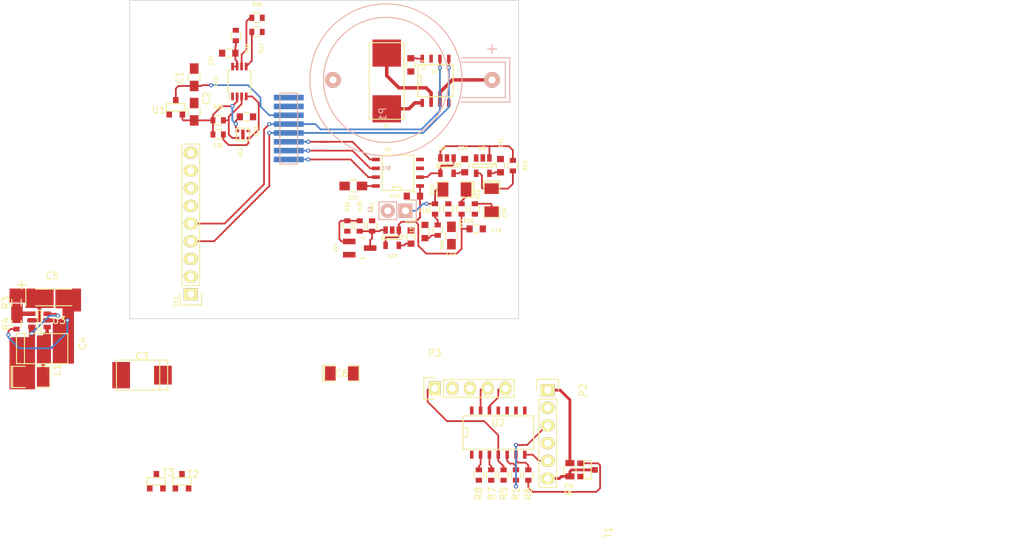
<source format=kicad_pcb>
(kicad_pcb (version 4) (host pcbnew no-vcs-found-product)

  (general
    (links 145)
    (no_connects 72)
    (area 157.429999 55.194999 213.410001 101.015001)
    (thickness 1.6)
    (drawings 6)
    (tracks 327)
    (zones 0)
    (modules 63)
    (nets 42)
  )

  (page A4)
  (layers
    (0 F.Cu signal)
    (31 B.Cu signal)
    (32 B.Adhes user)
    (33 F.Adhes user)
    (34 B.Paste user)
    (35 F.Paste user)
    (36 B.SilkS user)
    (37 F.SilkS user)
    (38 B.Mask user)
    (39 F.Mask user)
    (40 Dwgs.User user hide)
    (41 Cmts.User user)
    (42 Eco1.User user hide)
    (43 Eco2.User user hide)
    (44 Edge.Cuts user)
    (45 Margin user hide)
    (46 B.CrtYd user hide)
    (47 F.CrtYd user)
    (48 B.Fab user hide)
    (49 F.Fab user hide)
  )

  (setup
    (last_trace_width 0.25)
    (user_trace_width 0.4)
    (user_trace_width 0.5)
    (user_trace_width 0.7)
    (user_trace_width 1)
    (user_trace_width 2)
    (trace_clearance 0.2)
    (zone_clearance 0.25)
    (zone_45_only no)
    (trace_min 0.2)
    (segment_width 0.2)
    (edge_width 0.1)
    (via_size 0.6)
    (via_drill 0.4)
    (via_min_size 0.4)
    (via_min_drill 0.3)
    (user_via 0.6 0.3)
    (uvia_size 0.3)
    (uvia_drill 0.1)
    (uvias_allowed no)
    (uvia_min_size 0.2)
    (uvia_min_drill 0.1)
    (pcb_text_width 0.3)
    (pcb_text_size 1.5 1.5)
    (mod_edge_width 0.15)
    (mod_text_size 0.5 0.5)
    (mod_text_width 0.1)
    (pad_size 0.87 1.3)
    (pad_drill 0)
    (pad_to_mask_clearance 0)
    (aux_axis_origin 0 0)
    (grid_origin -81.28 267.335)
    (visible_elements FFFEF6EF)
    (pcbplotparams
      (layerselection 0x00030_80000001)
      (usegerberextensions false)
      (excludeedgelayer true)
      (linewidth 0.100000)
      (plotframeref false)
      (viasonmask false)
      (mode 1)
      (useauxorigin false)
      (hpglpennumber 1)
      (hpglpenspeed 20)
      (hpglpendiameter 15)
      (hpglpenoverlay 2)
      (psnegative false)
      (psa4output false)
      (plotreference true)
      (plotvalue true)
      (plotinvisibletext false)
      (padsonsilk false)
      (subtractmaskfromsilk false)
      (outputformat 1)
      (mirror false)
      (drillshape 1)
      (scaleselection 1)
      (outputdirectory ""))
  )

  (net 0 "")
  (net 1 GND)
  (net 2 "Net-(BT1-Pad1)")
  (net 3 VDD)
  (net 4 "Net-(C22-Pad1)")
  (net 5 "Net-(C22-Pad2)")
  (net 6 "Net-(C29-Pad1)")
  (net 7 "Net-(C29-Pad2)")
  (net 8 +1V8)
  (net 9 "Net-(C34-Pad1)")
  (net 10 SDA)
  (net 11 SCL)
  (net 12 "Net-(R25-Pad1)")
  (net 13 SCL1.8)
  (net 14 SDA1.8)
  (net 15 CLOCK)
  (net 16 ADCDATA)
  (net 17 SUSPEND)
  (net 18 INP)
  (net 19 "Net-(U7-Pad2)")
  (net 20 "Net-(U7-Pad1)")
  (net 21 ADCREF)
  (net 22 "Net-(R38-Pad1)")
  (net 23 "Net-(R38-Pad2)")
  (net 24 "Net-(C14-Pad1)")
  (net 25 MAIN_VOL)
  (net 26 "Net-(C3-Pad1)")
  (net 27 +5V)
  (net 28 VDD2)
  (net 29 "Net-(L1-Pad2)")
  (net 30 "Net-(P2-Pad3)")
  (net 31 DUSTOUT)
  (net 32 RESETSIG)
  (net 33 ADDDATA)
  (net 34 ADDCLK)
  (net 35 TRIG)
  (net 36 "Net-(R3-Pad2)")
  (net 37 "Net-(P2-Pad6)")
  (net 38 CONTROL)
  (net 39 "Net-(R6-Pad2)")
  (net 40 SDA5)
  (net 41 SCL5)

  (net_class Default "To jest domyślna klasa połączeń."
    (clearance 0.2)
    (trace_width 0.25)
    (via_dia 0.6)
    (via_drill 0.4)
    (uvia_dia 0.3)
    (uvia_drill 0.1)
    (add_net +1V8)
    (add_net +5V)
    (add_net ADCDATA)
    (add_net ADCREF)
    (add_net ADDCLK)
    (add_net ADDDATA)
    (add_net CLOCK)
    (add_net CONTROL)
    (add_net DUSTOUT)
    (add_net GND)
    (add_net INP)
    (add_net MAIN_VOL)
    (add_net "Net-(BT1-Pad1)")
    (add_net "Net-(C14-Pad1)")
    (add_net "Net-(C22-Pad1)")
    (add_net "Net-(C22-Pad2)")
    (add_net "Net-(C29-Pad1)")
    (add_net "Net-(C29-Pad2)")
    (add_net "Net-(C3-Pad1)")
    (add_net "Net-(C34-Pad1)")
    (add_net "Net-(L1-Pad2)")
    (add_net "Net-(P2-Pad3)")
    (add_net "Net-(P2-Pad6)")
    (add_net "Net-(R25-Pad1)")
    (add_net "Net-(R3-Pad2)")
    (add_net "Net-(R38-Pad1)")
    (add_net "Net-(R38-Pad2)")
    (add_net "Net-(R6-Pad2)")
    (add_net "Net-(U7-Pad1)")
    (add_net "Net-(U7-Pad2)")
    (add_net RESETSIG)
    (add_net SCL)
    (add_net SCL1.8)
    (add_net SCL5)
    (add_net SDA)
    (add_net SDA1.8)
    (add_net SDA5)
    (add_net SUSPEND)
    (add_net TRIG)
    (add_net VDD)
    (add_net VDD2)
  )

  (module Discret:CR2032H (layer B.Cu) (tedit 0) (tstamp 559A5C87)
    (at 194.31 66.675)
    (path /55972ECC)
    (fp_text reference BT1 (at 0 12.7) (layer B.SilkS)
      (effects (font (size 0.5 0.5) (thickness 0.1)) (justify mirror))
    )
    (fp_text value Battery (at 0 -12.7) (layer B.Fab)
      (effects (font (size 1 1) (thickness 0.15)) (justify mirror))
    )
    (fp_line (start 15.24 -3.81) (end 15.24 -5.08) (layer B.SilkS) (width 0.15))
    (fp_line (start 14.605 -4.445) (end 15.875 -4.445) (layer B.SilkS) (width 0.15))
    (fp_line (start 10.795 2.54) (end 17.145 2.54) (layer B.SilkS) (width 0.15))
    (fp_line (start 17.145 2.54) (end 17.145 -2.54) (layer B.SilkS) (width 0.15))
    (fp_line (start 17.145 -2.54) (end 10.795 -2.54) (layer B.SilkS) (width 0.15))
    (fp_line (start 17.145 3.175) (end 17.78 3.175) (layer B.SilkS) (width 0.15))
    (fp_line (start 17.78 3.175) (end 17.78 -3.175) (layer B.SilkS) (width 0.15))
    (fp_line (start 17.78 -3.175) (end 17.145 -3.175) (layer B.SilkS) (width 0.15))
    (fp_line (start 15.875 3.175) (end 17.145 3.175) (layer B.SilkS) (width 0.15))
    (fp_line (start 17.145 -3.175) (end 10.795 -3.175) (layer B.SilkS) (width 0.15))
    (fp_line (start 10.795 3.175) (end 15.875 3.175) (layer B.SilkS) (width 0.15))
    (fp_circle (center 0 0) (end -1.27 8.89) (layer B.SilkS) (width 0.15))
    (fp_circle (center 0 0) (end 6.35 -8.89) (layer B.SilkS) (width 0.15))
    (pad 2 thru_hole circle (at -7.62 0) (size 2.286 2.286) (drill 1.016) (layers *.Cu *.Mask B.SilkS)
      (net 1 GND))
    (pad 1 thru_hole circle (at 15.24 0) (size 2.286 2.286) (drill 1.016) (layers *.Cu *.Mask B.SilkS)
      (net 2 "Net-(BT1-Pad1)"))
  )

  (module Capacitors_SMD:C_0603_HandSoldering locked (layer F.Cu) (tedit 559E24F0) (tstamp 559A5D67)
    (at 197.89775 89.24925 90)
    (descr "Capacitor SMD 0603, hand soldering")
    (tags "capacitor 0603")
    (path /55A2164F)
    (attr smd)
    (fp_text reference C17 (at 2.19075 -0.03175 180) (layer F.SilkS)
      (effects (font (size 0.5 0.5) (thickness 0.1)))
    )
    (fp_text value 100N (at 0 1.9 90) (layer F.Fab)
      (effects (font (size 1 1) (thickness 0.15)))
    )
    (fp_line (start -1.85 -0.75) (end 1.85 -0.75) (layer F.CrtYd) (width 0.05))
    (fp_line (start -1.85 0.75) (end 1.85 0.75) (layer F.CrtYd) (width 0.05))
    (fp_line (start -1.85 -0.75) (end -1.85 0.75) (layer F.CrtYd) (width 0.05))
    (fp_line (start 1.85 -0.75) (end 1.85 0.75) (layer F.CrtYd) (width 0.05))
    (fp_line (start -0.35 -0.6) (end 0.35 -0.6) (layer F.SilkS) (width 0.15))
    (fp_line (start 0.35 0.6) (end -0.35 0.6) (layer F.SilkS) (width 0.15))
    (pad 1 smd rect (at -0.95 0 90) (size 0.9 1) (layers F.Cu F.Paste F.Mask)
      (net 3 VDD))
    (pad 2 smd rect (at 0.95 0 90) (size 0.9 1) (layers F.Cu F.Paste F.Mask)
      (net 1 GND))
    (model Capacitors_SMD.3dshapes/C_0603_HandSoldering.wrl
      (at (xyz 0 0 0))
      (scale (xyz 1 1 1))
      (rotate (xyz 0 0 0))
    )
  )

  (module SMD_Packages:SMD-1206_Pol (layer F.Cu) (tedit 559D05D8) (tstamp 559A5DA6)
    (at 204.1525 82.423 180)
    (path /5595F9E5)
    (attr smd)
    (fp_text reference C22 (at 3.175 0 270) (layer F.SilkS)
      (effects (font (size 0.5 0.5) (thickness 0.1)))
    )
    (fp_text value 10U (at 0 0 180) (layer F.Fab)
      (effects (font (size 1 1) (thickness 0.15)))
    )
    (fp_line (start -2.54 -1.143) (end -2.794 -1.143) (layer F.SilkS) (width 0.15))
    (fp_line (start -2.794 -1.143) (end -2.794 1.143) (layer F.SilkS) (width 0.15))
    (fp_line (start -2.794 1.143) (end -2.54 1.143) (layer F.SilkS) (width 0.15))
    (fp_line (start -2.54 -1.143) (end -2.54 1.143) (layer F.SilkS) (width 0.15))
    (fp_line (start -2.54 1.143) (end -0.889 1.143) (layer F.SilkS) (width 0.15))
    (fp_line (start 0.889 -1.143) (end 2.54 -1.143) (layer F.SilkS) (width 0.15))
    (fp_line (start 2.54 -1.143) (end 2.54 1.143) (layer F.SilkS) (width 0.15))
    (fp_line (start 2.54 1.143) (end 0.889 1.143) (layer F.SilkS) (width 0.15))
    (fp_line (start -0.889 -1.143) (end -2.54 -1.143) (layer F.SilkS) (width 0.15))
    (pad 1 smd rect (at -1.651 0 180) (size 1.524 2.032) (layers F.Cu F.Paste F.Mask)
      (net 4 "Net-(C22-Pad1)"))
    (pad 2 smd rect (at 1.651 0 180) (size 1.524 2.032) (layers F.Cu F.Paste F.Mask)
      (net 5 "Net-(C22-Pad2)"))
    (model SMD_Packages.3dshapes/SMD-1206_Pol.wrl
      (at (xyz 0 0 0))
      (scale (xyz 0.17 0.16 0.16))
      (rotate (xyz 0 0 0))
    )
  )

  (module Capacitors_SMD:C_0603_HandSoldering (layer F.Cu) (tedit 559D103E) (tstamp 559A5DD6)
    (at 205.613 78.994 90)
    (descr "Capacitor SMD 0603, hand soldering")
    (tags "capacitor 0603")
    (path /559B20A6)
    (attr smd)
    (fp_text reference C26 (at 2.4765 -0.254 360) (layer F.SilkS)
      (effects (font (size 0.5 0.5) (thickness 0.1)))
    )
    (fp_text value 100N (at 0 1.9 90) (layer F.Fab)
      (effects (font (size 1 1) (thickness 0.15)))
    )
    (fp_line (start -1.85 -0.75) (end 1.85 -0.75) (layer F.CrtYd) (width 0.05))
    (fp_line (start -1.85 0.75) (end 1.85 0.75) (layer F.CrtYd) (width 0.05))
    (fp_line (start -1.85 -0.75) (end -1.85 0.75) (layer F.CrtYd) (width 0.05))
    (fp_line (start 1.85 -0.75) (end 1.85 0.75) (layer F.CrtYd) (width 0.05))
    (fp_line (start -0.35 -0.6) (end 0.35 -0.6) (layer F.SilkS) (width 0.15))
    (fp_line (start 0.35 0.6) (end -0.35 0.6) (layer F.SilkS) (width 0.15))
    (pad 1 smd rect (at -0.95 0 90) (size 0.9 1) (layers F.Cu F.Paste F.Mask)
      (net 3 VDD))
    (pad 2 smd rect (at 0.95 0 90) (size 0.9 1) (layers F.Cu F.Paste F.Mask)
      (net 1 GND))
    (model Capacitors_SMD.3dshapes/C_0603_HandSoldering.wrl
      (at (xyz 0 0 0))
      (scale (xyz 1 1 1))
      (rotate (xyz 0 0 0))
    )
  )

  (module Capacitors_SMD:C_0603_HandSoldering (layer F.Cu) (tedit 541A9B4D) (tstamp 559A5DE2)
    (at 197.866 64.516 270)
    (descr "Capacitor SMD 0603, hand soldering")
    (tags "capacitor 0603")
    (path /559E405A)
    (attr smd)
    (fp_text reference C27 (at 0 -1.9 270) (layer F.SilkS)
      (effects (font (size 0.5 0.5) (thickness 0.1)))
    )
    (fp_text value 100N (at 0 1.9 270) (layer F.Fab)
      (effects (font (size 1 1) (thickness 0.15)))
    )
    (fp_line (start -1.85 -0.75) (end 1.85 -0.75) (layer F.CrtYd) (width 0.05))
    (fp_line (start -1.85 0.75) (end 1.85 0.75) (layer F.CrtYd) (width 0.05))
    (fp_line (start -1.85 -0.75) (end -1.85 0.75) (layer F.CrtYd) (width 0.05))
    (fp_line (start 1.85 -0.75) (end 1.85 0.75) (layer F.CrtYd) (width 0.05))
    (fp_line (start -0.35 -0.6) (end 0.35 -0.6) (layer F.SilkS) (width 0.15))
    (fp_line (start 0.35 0.6) (end -0.35 0.6) (layer F.SilkS) (width 0.15))
    (pad 1 smd rect (at -0.95 0 270) (size 0.9 1) (layers F.Cu F.Paste F.Mask)
      (net 3 VDD))
    (pad 2 smd rect (at 0.95 0 270) (size 0.9 1) (layers F.Cu F.Paste F.Mask)
      (net 1 GND))
    (model Capacitors_SMD.3dshapes/C_0603_HandSoldering.wrl
      (at (xyz 0 0 0))
      (scale (xyz 1 1 1))
      (rotate (xyz 0 0 0))
    )
  )

  (module SMD_Packages:SMD-1206_Pol (layer F.Cu) (tedit 559E2963) (tstamp 559A5E00)
    (at 209.4865 83.947 270)
    (path /559774C7)
    (attr smd)
    (fp_text reference C29 (at 1.778 -1.8415 270) (layer F.SilkS)
      (effects (font (size 0.5 0.5) (thickness 0.1)))
    )
    (fp_text value 10U (at 0 0 270) (layer F.Fab)
      (effects (font (size 1 1) (thickness 0.15)))
    )
    (fp_line (start -2.54 -1.143) (end -2.794 -1.143) (layer F.SilkS) (width 0.15))
    (fp_line (start -2.794 -1.143) (end -2.794 1.143) (layer F.SilkS) (width 0.15))
    (fp_line (start -2.794 1.143) (end -2.54 1.143) (layer F.SilkS) (width 0.15))
    (fp_line (start -2.54 -1.143) (end -2.54 1.143) (layer F.SilkS) (width 0.15))
    (fp_line (start -2.54 1.143) (end -0.889 1.143) (layer F.SilkS) (width 0.15))
    (fp_line (start 0.889 -1.143) (end 2.54 -1.143) (layer F.SilkS) (width 0.15))
    (fp_line (start 2.54 -1.143) (end 2.54 1.143) (layer F.SilkS) (width 0.15))
    (fp_line (start 2.54 1.143) (end 0.889 1.143) (layer F.SilkS) (width 0.15))
    (fp_line (start -0.889 -1.143) (end -2.54 -1.143) (layer F.SilkS) (width 0.15))
    (pad 1 smd rect (at -1.651 0 270) (size 1.524 2.032) (layers F.Cu F.Paste F.Mask)
      (net 6 "Net-(C29-Pad1)"))
    (pad 2 smd rect (at 1.651 0 270) (size 1.524 2.032) (layers F.Cu F.Paste F.Mask)
      (net 7 "Net-(C29-Pad2)"))
    (model SMD_Packages.3dshapes/SMD-1206_Pol.wrl
      (at (xyz 0 0 0))
      (scale (xyz 0.17 0.16 0.16))
      (rotate (xyz 0 0 0))
    )
  )

  (module Capacitors_SMD:C_0603_HandSoldering (layer F.Cu) (tedit 559D2772) (tstamp 559A5E36)
    (at 174.25755 71.977381)
    (descr "Capacitor SMD 0603, hand soldering")
    (tags "capacitor 0603")
    (path /559C171B)
    (attr smd)
    (fp_text reference C33 (at 1.4224 2.0828 270) (layer F.SilkS)
      (effects (font (size 0.5 0.5) (thickness 0.1)))
    )
    (fp_text value 100N (at 0 1.9) (layer F.Fab)
      (effects (font (size 1 1) (thickness 0.15)))
    )
    (fp_line (start -1.85 -0.75) (end 1.85 -0.75) (layer F.CrtYd) (width 0.05))
    (fp_line (start -1.85 0.75) (end 1.85 0.75) (layer F.CrtYd) (width 0.05))
    (fp_line (start -1.85 -0.75) (end -1.85 0.75) (layer F.CrtYd) (width 0.05))
    (fp_line (start 1.85 -0.75) (end 1.85 0.75) (layer F.CrtYd) (width 0.05))
    (fp_line (start -0.35 -0.6) (end 0.35 -0.6) (layer F.SilkS) (width 0.15))
    (fp_line (start 0.35 0.6) (end -0.35 0.6) (layer F.SilkS) (width 0.15))
    (pad 1 smd rect (at -0.95 0) (size 0.9 1) (layers F.Cu F.Paste F.Mask)
      (net 8 +1V8))
    (pad 2 smd rect (at 0.95 0) (size 0.9 1) (layers F.Cu F.Paste F.Mask)
      (net 1 GND))
    (model Capacitors_SMD.3dshapes/C_0603_HandSoldering.wrl
      (at (xyz 0 0 0))
      (scale (xyz 1 1 1))
      (rotate (xyz 0 0 0))
    )
  )

  (module Capacitors_SMD:C_0603_HandSoldering (layer F.Cu) (tedit 559A8B55) (tstamp 559A5E42)
    (at 171.71755 62.833381 180)
    (descr "Capacitor SMD 0603, hand soldering")
    (tags "capacitor 0603")
    (path /55943B3B)
    (attr smd)
    (fp_text reference C34 (at 2.54 -1.016 270) (layer F.SilkS)
      (effects (font (size 0.5 0.5) (thickness 0.1)))
    )
    (fp_text value 100P (at 0 1.9 180) (layer F.Fab)
      (effects (font (size 1 1) (thickness 0.15)))
    )
    (fp_line (start -1.85 -0.75) (end 1.85 -0.75) (layer F.CrtYd) (width 0.05))
    (fp_line (start -1.85 0.75) (end 1.85 0.75) (layer F.CrtYd) (width 0.05))
    (fp_line (start -1.85 -0.75) (end -1.85 0.75) (layer F.CrtYd) (width 0.05))
    (fp_line (start 1.85 -0.75) (end 1.85 0.75) (layer F.CrtYd) (width 0.05))
    (fp_line (start -0.35 -0.6) (end 0.35 -0.6) (layer F.SilkS) (width 0.15))
    (fp_line (start 0.35 0.6) (end -0.35 0.6) (layer F.SilkS) (width 0.15))
    (pad 1 smd rect (at -0.95 0 180) (size 0.9 1) (layers F.Cu F.Paste F.Mask)
      (net 9 "Net-(C34-Pad1)"))
    (pad 2 smd rect (at 0.95 0 180) (size 0.9 1) (layers F.Cu F.Paste F.Mask)
      (net 1 GND))
    (model Capacitors_SMD.3dshapes/C_0603_HandSoldering.wrl
      (at (xyz 0 0 0))
      (scale (xyz 1 1 1))
      (rotate (xyz 0 0 0))
    )
  )

  (module Socket_Strips:Socket_Strip_Straight_1x09 (layer F.Cu) (tedit 559E2572) (tstamp 559A5E75)
    (at 166.263607 97.474132 90)
    (descr "Through hole socket strip")
    (tags "socket strip")
    (path /559285F5)
    (fp_text reference CE1 (at -1.0795 -2.159 90) (layer F.SilkS)
      (effects (font (size 0.5 0.5) (thickness 0.1)))
    )
    (fp_text value POLOLU-2126 (at 0 -3.1 90) (layer F.Fab)
      (effects (font (size 1 1) (thickness 0.15)))
    )
    (fp_line (start -1.75 -1.75) (end -1.75 1.75) (layer F.CrtYd) (width 0.05))
    (fp_line (start 22.1 -1.75) (end 22.1 1.75) (layer F.CrtYd) (width 0.05))
    (fp_line (start -1.75 -1.75) (end 22.1 -1.75) (layer F.CrtYd) (width 0.05))
    (fp_line (start -1.75 1.75) (end 22.1 1.75) (layer F.CrtYd) (width 0.05))
    (fp_line (start 1.27 1.27) (end 21.59 1.27) (layer F.SilkS) (width 0.15))
    (fp_line (start 21.59 1.27) (end 21.59 -1.27) (layer F.SilkS) (width 0.15))
    (fp_line (start 21.59 -1.27) (end 1.27 -1.27) (layer F.SilkS) (width 0.15))
    (fp_line (start -1.55 1.55) (end 0 1.55) (layer F.SilkS) (width 0.15))
    (fp_line (start 1.27 1.27) (end 1.27 -1.27) (layer F.SilkS) (width 0.15))
    (fp_line (start 0 -1.55) (end -1.55 -1.55) (layer F.SilkS) (width 0.15))
    (fp_line (start -1.55 -1.55) (end -1.55 1.55) (layer F.SilkS) (width 0.15))
    (pad 1 thru_hole rect (at 0 0 90) (size 1.7272 2.032) (drill 1.016) (layers *.Cu *.Mask F.SilkS))
    (pad 2 thru_hole oval (at 2.54 0 90) (size 1.7272 2.032) (drill 1.016) (layers *.Cu *.Mask F.SilkS)
      (net 28 VDD2))
    (pad 3 thru_hole oval (at 5.08 0 90) (size 1.7272 2.032) (drill 1.016) (layers *.Cu *.Mask F.SilkS)
      (net 1 GND))
    (pad 4 thru_hole oval (at 7.62 0 90) (size 1.7272 2.032) (drill 1.016) (layers *.Cu *.Mask F.SilkS)
      (net 10 SDA))
    (pad 5 thru_hole oval (at 10.16 0 90) (size 1.7272 2.032) (drill 1.016) (layers *.Cu *.Mask F.SilkS)
      (net 11 SCL))
    (pad 6 thru_hole oval (at 12.7 0 90) (size 1.7272 2.032) (drill 1.016) (layers *.Cu *.Mask F.SilkS))
    (pad 7 thru_hole oval (at 15.24 0 90) (size 1.7272 2.032) (drill 1.016) (layers *.Cu *.Mask F.SilkS))
    (pad 8 thru_hole oval (at 17.78 0 90) (size 1.7272 2.032) (drill 1.016) (layers *.Cu *.Mask F.SilkS))
    (pad 9 thru_hole oval (at 20.32 0 90) (size 1.7272 2.032) (drill 1.016) (layers *.Cu *.Mask F.SilkS))
    (model Socket_Strips.3dshapes/Socket_Strip_Straight_1x09.wrl
      (at (xyz 0.4 0 0))
      (scale (xyz 1 1 1))
      (rotate (xyz 0 0 180))
    )
  )

  (module Pin_Headers:Pin_Header_Straight_1x02 (layer B.Cu) (tedit 559D037E) (tstamp 559A5F0C)
    (at 197.104 85.471 90)
    (descr "Through hole pin header")
    (tags "pin header")
    (path /5595DA45)
    (fp_text reference E1 (at 0.127 -5.08 90) (layer B.SilkS)
      (effects (font (size 0.5 0.5) (thickness 0.1)) (justify mirror))
    )
    (fp_text value ELECTRET (at 0 3.1 90) (layer B.Fab)
      (effects (font (size 1 1) (thickness 0.15)) (justify mirror))
    )
    (fp_line (start 1.27 -1.27) (end 1.27 -3.81) (layer B.SilkS) (width 0.15))
    (fp_line (start 1.55 1.55) (end 1.55 0) (layer B.SilkS) (width 0.15))
    (fp_line (start -1.75 1.75) (end -1.75 -4.3) (layer B.CrtYd) (width 0.05))
    (fp_line (start 1.75 1.75) (end 1.75 -4.3) (layer B.CrtYd) (width 0.05))
    (fp_line (start -1.75 1.75) (end 1.75 1.75) (layer B.CrtYd) (width 0.05))
    (fp_line (start -1.75 -4.3) (end 1.75 -4.3) (layer B.CrtYd) (width 0.05))
    (fp_line (start 1.27 -1.27) (end -1.27 -1.27) (layer B.SilkS) (width 0.15))
    (fp_line (start -1.55 0) (end -1.55 1.55) (layer B.SilkS) (width 0.15))
    (fp_line (start -1.55 1.55) (end 1.55 1.55) (layer B.SilkS) (width 0.15))
    (fp_line (start -1.27 -1.27) (end -1.27 -3.81) (layer B.SilkS) (width 0.15))
    (fp_line (start -1.27 -3.81) (end 1.27 -3.81) (layer B.SilkS) (width 0.15))
    (pad 1 thru_hole rect (at 0 0 90) (size 2.032 2.032) (drill 1.016) (layers *.Cu *.Mask B.SilkS)
      (net 5 "Net-(C22-Pad2)"))
    (pad 2 thru_hole oval (at 0 -2.54 90) (size 2.032 2.032) (drill 1.016) (layers *.Cu *.Mask B.SilkS)
      (net 1 GND))
    (model Pin_Headers.3dshapes/Pin_Header_Straight_1x02.wrl
      (at (xyz 0 -0.05 0))
      (scale (xyz 1 1 1))
      (rotate (xyz 0 0 90))
    )
  )

  (module Resistors_SMD:R_0603 (layer F.Cu) (tedit 559E29CD) (tstamp 559A6066)
    (at 201.3585 85.217 90)
    (descr "Resistor SMD 0603, reflow soldering, Vishay (see dcrcw.pdf)")
    (tags "resistor 0603")
    (path /5595E60D)
    (attr smd)
    (fp_text reference R18 (at -0.254 -1.651 360) (layer F.SilkS)
      (effects (font (size 0.5 0.5) (thickness 0.1)))
    )
    (fp_text value 2,2K (at 0 1.9 90) (layer F.Fab)
      (effects (font (size 1 1) (thickness 0.15)))
    )
    (fp_line (start -1.3 -0.8) (end 1.3 -0.8) (layer F.CrtYd) (width 0.05))
    (fp_line (start -1.3 0.8) (end 1.3 0.8) (layer F.CrtYd) (width 0.05))
    (fp_line (start -1.3 -0.8) (end -1.3 0.8) (layer F.CrtYd) (width 0.05))
    (fp_line (start 1.3 -0.8) (end 1.3 0.8) (layer F.CrtYd) (width 0.05))
    (fp_line (start 0.5 0.675) (end -0.5 0.675) (layer F.SilkS) (width 0.15))
    (fp_line (start -0.5 -0.675) (end 0.5 -0.675) (layer F.SilkS) (width 0.15))
    (pad 1 smd rect (at -0.75 0 90) (size 0.7 0.9) (layers F.Cu F.Paste F.Mask)
      (net 24 "Net-(C14-Pad1)"))
    (pad 2 smd rect (at 0.75 0 90) (size 0.7 0.9) (layers F.Cu F.Paste F.Mask)
      (net 5 "Net-(C22-Pad2)"))
    (model Resistors_SMD.3dshapes/R_0603.wrl
      (at (xyz 0 0 0))
      (scale (xyz 1 1 1))
      (rotate (xyz 0 0 0))
    )
  )

  (module Resistors_SMD:R_0603 (layer F.Cu) (tedit 559E294F) (tstamp 559A607E)
    (at 205.1685 85.217 90)
    (descr "Resistor SMD 0603, reflow soldering, Vishay (see dcrcw.pdf)")
    (tags "resistor 0603")
    (path /55966456)
    (attr smd)
    (fp_text reference R20 (at -1.7145 1.016 180) (layer F.SilkS)
      (effects (font (size 0.5 0.5) (thickness 0.1)))
    )
    (fp_text value 47K (at 0 1.9 90) (layer F.Fab)
      (effects (font (size 1 1) (thickness 0.15)))
    )
    (fp_line (start -1.3 -0.8) (end 1.3 -0.8) (layer F.CrtYd) (width 0.05))
    (fp_line (start -1.3 0.8) (end 1.3 0.8) (layer F.CrtYd) (width 0.05))
    (fp_line (start -1.3 -0.8) (end -1.3 0.8) (layer F.CrtYd) (width 0.05))
    (fp_line (start 1.3 -0.8) (end 1.3 0.8) (layer F.CrtYd) (width 0.05))
    (fp_line (start 0.5 0.675) (end -0.5 0.675) (layer F.SilkS) (width 0.15))
    (fp_line (start -0.5 -0.675) (end 0.5 -0.675) (layer F.SilkS) (width 0.15))
    (pad 1 smd rect (at -0.75 0 90) (size 0.7 0.9) (layers F.Cu F.Paste F.Mask)
      (net 21 ADCREF))
    (pad 2 smd rect (at 0.75 0 90) (size 0.7 0.9) (layers F.Cu F.Paste F.Mask)
      (net 4 "Net-(C22-Pad1)"))
    (model Resistors_SMD.3dshapes/R_0603.wrl
      (at (xyz 0 0 0))
      (scale (xyz 1 1 1))
      (rotate (xyz 0 0 0))
    )
  )

  (module Resistors_SMD:R_0603 (layer F.Cu) (tedit 559E2957) (tstamp 559A608A)
    (at 203.2635 85.217 270)
    (descr "Resistor SMD 0603, reflow soldering, Vishay (see dcrcw.pdf)")
    (tags "resistor 0603")
    (path /559666B6)
    (attr smd)
    (fp_text reference R21 (at 2.0955 -1.778 270) (layer F.SilkS)
      (effects (font (size 0.5 0.5) (thickness 0.1)))
    )
    (fp_text value 47K (at 0 1.9 270) (layer F.Fab)
      (effects (font (size 1 1) (thickness 0.15)))
    )
    (fp_line (start -1.3 -0.8) (end 1.3 -0.8) (layer F.CrtYd) (width 0.05))
    (fp_line (start -1.3 0.8) (end 1.3 0.8) (layer F.CrtYd) (width 0.05))
    (fp_line (start -1.3 -0.8) (end -1.3 0.8) (layer F.CrtYd) (width 0.05))
    (fp_line (start 1.3 -0.8) (end 1.3 0.8) (layer F.CrtYd) (width 0.05))
    (fp_line (start 0.5 0.675) (end -0.5 0.675) (layer F.SilkS) (width 0.15))
    (fp_line (start -0.5 -0.675) (end 0.5 -0.675) (layer F.SilkS) (width 0.15))
    (pad 1 smd rect (at -0.75 0 270) (size 0.7 0.9) (layers F.Cu F.Paste F.Mask)
      (net 4 "Net-(C22-Pad1)"))
    (pad 2 smd rect (at 0.75 0 270) (size 0.7 0.9) (layers F.Cu F.Paste F.Mask)
      (net 1 GND))
    (model Resistors_SMD.3dshapes/R_0603.wrl
      (at (xyz 0 0 0))
      (scale (xyz 1 1 1))
      (rotate (xyz 0 0 0))
    )
  )

  (module Resistors_SMD:R_0603 (layer F.Cu) (tedit 559E2960) (tstamp 559A6096)
    (at 207.0735 85.217 90)
    (descr "Resistor SMD 0603, reflow soldering, Vishay (see dcrcw.pdf)")
    (tags "resistor 0603")
    (path /559757CF)
    (attr smd)
    (fp_text reference R22 (at 2.0955 0.4445 270) (layer F.SilkS)
      (effects (font (size 0.5 0.5) (thickness 0.1)))
    )
    (fp_text value 22 (at 0 1.9 90) (layer F.Fab)
      (effects (font (size 1 1) (thickness 0.15)))
    )
    (fp_line (start -1.3 -0.8) (end 1.3 -0.8) (layer F.CrtYd) (width 0.05))
    (fp_line (start -1.3 0.8) (end 1.3 0.8) (layer F.CrtYd) (width 0.05))
    (fp_line (start -1.3 -0.8) (end -1.3 0.8) (layer F.CrtYd) (width 0.05))
    (fp_line (start 1.3 -0.8) (end 1.3 0.8) (layer F.CrtYd) (width 0.05))
    (fp_line (start 0.5 0.675) (end -0.5 0.675) (layer F.SilkS) (width 0.15))
    (fp_line (start -0.5 -0.675) (end 0.5 -0.675) (layer F.SilkS) (width 0.15))
    (pad 1 smd rect (at -0.75 0 90) (size 0.7 0.9) (layers F.Cu F.Paste F.Mask)
      (net 1 GND))
    (pad 2 smd rect (at 0.75 0 90) (size 0.7 0.9) (layers F.Cu F.Paste F.Mask)
      (net 7 "Net-(C29-Pad2)"))
    (model Resistors_SMD.3dshapes/R_0603.wrl
      (at (xyz 0 0 0))
      (scale (xyz 1 1 1))
      (rotate (xyz 0 0 0))
    )
  )

  (module Resistors_SMD:R_0603 (layer F.Cu) (tedit 559D058C) (tstamp 559A60BA)
    (at 212.5345 78.994 270)
    (descr "Resistor SMD 0603, reflow soldering, Vishay (see dcrcw.pdf)")
    (tags "resistor 0603")
    (path /55973C84)
    (attr smd)
    (fp_text reference R25 (at 0 -1.778 270) (layer F.SilkS)
      (effects (font (size 0.5 0.5) (thickness 0.1)))
    )
    (fp_text value 1K (at 0 1.9 270) (layer F.Fab)
      (effects (font (size 1 1) (thickness 0.15)))
    )
    (fp_line (start -1.3 -0.8) (end 1.3 -0.8) (layer F.CrtYd) (width 0.05))
    (fp_line (start -1.3 0.8) (end 1.3 0.8) (layer F.CrtYd) (width 0.05))
    (fp_line (start -1.3 -0.8) (end -1.3 0.8) (layer F.CrtYd) (width 0.05))
    (fp_line (start 1.3 -0.8) (end 1.3 0.8) (layer F.CrtYd) (width 0.05))
    (fp_line (start 0.5 0.675) (end -0.5 0.675) (layer F.SilkS) (width 0.15))
    (fp_line (start -0.5 -0.675) (end 0.5 -0.675) (layer F.SilkS) (width 0.15))
    (pad 1 smd rect (at -0.75 0 270) (size 0.7 0.9) (layers F.Cu F.Paste F.Mask)
      (net 12 "Net-(R25-Pad1)"))
    (pad 2 smd rect (at 0.75 0 270) (size 0.7 0.9) (layers F.Cu F.Paste F.Mask)
      (net 6 "Net-(C29-Pad1)"))
    (model Resistors_SMD.3dshapes/R_0603.wrl
      (at (xyz 0 0 0))
      (scale (xyz 1 1 1))
      (rotate (xyz 0 0 0))
    )
  )

  (module Resistors_SMD:R_0603 (layer F.Cu) (tedit 559A874E) (tstamp 559A60C6)
    (at 175.78155 57.753381)
    (descr "Resistor SMD 0603, reflow soldering, Vishay (see dcrcw.pdf)")
    (tags "resistor 0603")
    (path /5594DC18)
    (attr smd)
    (fp_text reference R26 (at 0 -1.9) (layer F.SilkS)
      (effects (font (size 0.5 0.5) (thickness 0.1)))
    )
    (fp_text value 2,2k (at 2.54 0 90) (layer F.Fab)
      (effects (font (size 1 1) (thickness 0.15)))
    )
    (fp_line (start -1.3 -0.8) (end 1.3 -0.8) (layer F.CrtYd) (width 0.05))
    (fp_line (start -1.3 0.8) (end 1.3 0.8) (layer F.CrtYd) (width 0.05))
    (fp_line (start -1.3 -0.8) (end -1.3 0.8) (layer F.CrtYd) (width 0.05))
    (fp_line (start 1.3 -0.8) (end 1.3 0.8) (layer F.CrtYd) (width 0.05))
    (fp_line (start 0.5 0.675) (end -0.5 0.675) (layer F.SilkS) (width 0.15))
    (fp_line (start -0.5 -0.675) (end 0.5 -0.675) (layer F.SilkS) (width 0.15))
    (pad 1 smd rect (at -0.75 0) (size 0.7 0.9) (layers F.Cu F.Paste F.Mask)
      (net 11 SCL))
    (pad 2 smd rect (at 0.75 0) (size 0.7 0.9) (layers F.Cu F.Paste F.Mask)
      (net 28 VDD2))
    (model Resistors_SMD.3dshapes/R_0603.wrl
      (at (xyz 0 0 0))
      (scale (xyz 1 1 1))
      (rotate (xyz 0 0 0))
    )
  )

  (module Resistors_SMD:R_0603 (layer F.Cu) (tedit 559A8B3E) (tstamp 559A60D2)
    (at 175.78155 59.785381)
    (descr "Resistor SMD 0603, reflow soldering, Vishay (see dcrcw.pdf)")
    (tags "resistor 0603")
    (path /5594E6CD)
    (attr smd)
    (fp_text reference R27 (at 0.635 2.286 270) (layer F.SilkS)
      (effects (font (size 0.5 0.5) (thickness 0.1)))
    )
    (fp_text value 2,2k (at 2.54 1.524 90) (layer F.Fab)
      (effects (font (size 1 1) (thickness 0.15)))
    )
    (fp_line (start -1.3 -0.8) (end 1.3 -0.8) (layer F.CrtYd) (width 0.05))
    (fp_line (start -1.3 0.8) (end 1.3 0.8) (layer F.CrtYd) (width 0.05))
    (fp_line (start -1.3 -0.8) (end -1.3 0.8) (layer F.CrtYd) (width 0.05))
    (fp_line (start 1.3 -0.8) (end 1.3 0.8) (layer F.CrtYd) (width 0.05))
    (fp_line (start 0.5 0.675) (end -0.5 0.675) (layer F.SilkS) (width 0.15))
    (fp_line (start -0.5 -0.675) (end 0.5 -0.675) (layer F.SilkS) (width 0.15))
    (pad 1 smd rect (at -0.75 0) (size 0.7 0.9) (layers F.Cu F.Paste F.Mask)
      (net 10 SDA))
    (pad 2 smd rect (at 0.75 0) (size 0.7 0.9) (layers F.Cu F.Paste F.Mask)
      (net 28 VDD2))
    (model Resistors_SMD.3dshapes/R_0603.wrl
      (at (xyz 0 0 0))
      (scale (xyz 1 1 1))
      (rotate (xyz 0 0 0))
    )
  )

  (module Resistors_SMD:R_0603 (layer F.Cu) (tedit 559A85E9) (tstamp 559A60DE)
    (at 170.19355 72.485381)
    (descr "Resistor SMD 0603, reflow soldering, Vishay (see dcrcw.pdf)")
    (tags "resistor 0603")
    (path /559417E3)
    (attr smd)
    (fp_text reference R28 (at 0 -1.9) (layer F.SilkS)
      (effects (font (size 0.5 0.5) (thickness 0.1)))
    )
    (fp_text value 2,2k (at -2.54 -1.524 90) (layer F.Fab)
      (effects (font (size 1 1) (thickness 0.15)))
    )
    (fp_line (start -1.3 -0.8) (end 1.3 -0.8) (layer F.CrtYd) (width 0.05))
    (fp_line (start -1.3 0.8) (end 1.3 0.8) (layer F.CrtYd) (width 0.05))
    (fp_line (start -1.3 -0.8) (end -1.3 0.8) (layer F.CrtYd) (width 0.05))
    (fp_line (start 1.3 -0.8) (end 1.3 0.8) (layer F.CrtYd) (width 0.05))
    (fp_line (start 0.5 0.675) (end -0.5 0.675) (layer F.SilkS) (width 0.15))
    (fp_line (start -0.5 -0.675) (end 0.5 -0.675) (layer F.SilkS) (width 0.15))
    (pad 1 smd rect (at -0.75 0) (size 0.7 0.9) (layers F.Cu F.Paste F.Mask)
      (net 8 +1V8))
    (pad 2 smd rect (at 0.75 0) (size 0.7 0.9) (layers F.Cu F.Paste F.Mask)
      (net 13 SCL1.8))
    (model Resistors_SMD.3dshapes/R_0603.wrl
      (at (xyz 0 0 0))
      (scale (xyz 1 1 1))
      (rotate (xyz 0 0 0))
    )
  )

  (module Resistors_SMD:R_0603 (layer F.Cu) (tedit 559D0D9A) (tstamp 559A60EA)
    (at 170.19355 74.517381)
    (descr "Resistor SMD 0603, reflow soldering, Vishay (see dcrcw.pdf)")
    (tags "resistor 0603")
    (path /55941A30)
    (attr smd)
    (fp_text reference R29 (at -0.0381 1.5748) (layer F.SilkS)
      (effects (font (size 0.5 0.5) (thickness 0.1)))
    )
    (fp_text value 2,2k (at -2.54 0.508 90) (layer F.Fab)
      (effects (font (size 1 1) (thickness 0.15)))
    )
    (fp_line (start -1.3 -0.8) (end 1.3 -0.8) (layer F.CrtYd) (width 0.05))
    (fp_line (start -1.3 0.8) (end 1.3 0.8) (layer F.CrtYd) (width 0.05))
    (fp_line (start -1.3 -0.8) (end -1.3 0.8) (layer F.CrtYd) (width 0.05))
    (fp_line (start 1.3 -0.8) (end 1.3 0.8) (layer F.CrtYd) (width 0.05))
    (fp_line (start 0.5 0.675) (end -0.5 0.675) (layer F.SilkS) (width 0.15))
    (fp_line (start -0.5 -0.675) (end 0.5 -0.675) (layer F.SilkS) (width 0.15))
    (pad 1 smd rect (at -0.75 0) (size 0.7 0.9) (layers F.Cu F.Paste F.Mask)
      (net 8 +1V8))
    (pad 2 smd rect (at 0.75 0) (size 0.7 0.9) (layers F.Cu F.Paste F.Mask)
      (net 14 SDA1.8))
    (model Resistors_SMD.3dshapes/R_0603.wrl
      (at (xyz 0 0 0))
      (scale (xyz 1 1 1))
      (rotate (xyz 0 0 0))
    )
  )

  (module Resistors_SMD:R_0603 (layer F.Cu) (tedit 559A8B46) (tstamp 559A6102)
    (at 172.73355 60.293381 270)
    (descr "Resistor SMD 0603, reflow soldering, Vishay (see dcrcw.pdf)")
    (tags "resistor 0603")
    (path /55951432)
    (attr smd)
    (fp_text reference R31 (at 1.778 -1.651 270) (layer F.SilkS)
      (effects (font (size 0.5 0.5) (thickness 0.1)))
    )
    (fp_text value 220K (at 0 1.9 270) (layer F.Fab)
      (effects (font (size 1 1) (thickness 0.15)))
    )
    (fp_line (start -1.3 -0.8) (end 1.3 -0.8) (layer F.CrtYd) (width 0.05))
    (fp_line (start -1.3 0.8) (end 1.3 0.8) (layer F.CrtYd) (width 0.05))
    (fp_line (start -1.3 -0.8) (end -1.3 0.8) (layer F.CrtYd) (width 0.05))
    (fp_line (start 1.3 -0.8) (end 1.3 0.8) (layer F.CrtYd) (width 0.05))
    (fp_line (start 0.5 0.675) (end -0.5 0.675) (layer F.SilkS) (width 0.15))
    (fp_line (start -0.5 -0.675) (end 0.5 -0.675) (layer F.SilkS) (width 0.15))
    (pad 1 smd rect (at -0.75 0 270) (size 0.7 0.9) (layers F.Cu F.Paste F.Mask)
      (net 28 VDD2))
    (pad 2 smd rect (at 0.75 0 270) (size 0.7 0.9) (layers F.Cu F.Paste F.Mask)
      (net 9 "Net-(C34-Pad1)"))
    (model Resistors_SMD.3dshapes/R_0603.wrl
      (at (xyz 0 0 0))
      (scale (xyz 1 1 1))
      (rotate (xyz 0 0 0))
    )
  )

  (module SMD_Packages:SOIC-8-N (layer F.Cu) (tedit 559D111A) (tstamp 559A62E9)
    (at 196.0245 80.01 90)
    (descr "Module Narrow CMS SOJ 8 pins large")
    (tags "CMS SOJ")
    (path /55958102)
    (attr smd)
    (fp_text reference U6 (at 3.3655 -1.4605 180) (layer F.SilkS)
      (effects (font (size 0.5 0.5) (thickness 0.1)))
    )
    (fp_text value MCP3201 (at 0 1.27 90) (layer F.Fab)
      (effects (font (size 1 1) (thickness 0.15)))
    )
    (fp_line (start -2.54 -2.286) (end 2.54 -2.286) (layer F.SilkS) (width 0.15))
    (fp_line (start 2.54 -2.286) (end 2.54 2.286) (layer F.SilkS) (width 0.15))
    (fp_line (start 2.54 2.286) (end -2.54 2.286) (layer F.SilkS) (width 0.15))
    (fp_line (start -2.54 2.286) (end -2.54 -2.286) (layer F.SilkS) (width 0.15))
    (fp_line (start -2.54 -0.762) (end -2.032 -0.762) (layer F.SilkS) (width 0.15))
    (fp_line (start -2.032 -0.762) (end -2.032 0.508) (layer F.SilkS) (width 0.15))
    (fp_line (start -2.032 0.508) (end -2.54 0.508) (layer F.SilkS) (width 0.15))
    (pad 8 smd rect (at -1.905 -3.175 90) (size 0.508 1.143) (layers F.Cu F.Paste F.Mask)
      (net 3 VDD))
    (pad 7 smd rect (at -0.635 -3.175 90) (size 0.508 1.143) (layers F.Cu F.Paste F.Mask)
      (net 15 CLOCK))
    (pad 6 smd rect (at 0.635 -3.175 90) (size 0.508 1.143) (layers F.Cu F.Paste F.Mask)
      (net 16 ADCDATA))
    (pad 5 smd rect (at 1.905 -3.175 90) (size 0.508 1.143) (layers F.Cu F.Paste F.Mask)
      (net 17 SUSPEND))
    (pad 4 smd rect (at 1.905 3.175 90) (size 0.508 1.143) (layers F.Cu F.Paste F.Mask)
      (net 1 GND))
    (pad 3 smd rect (at 0.635 3.175 90) (size 0.508 1.143) (layers F.Cu F.Paste F.Mask)
      (net 1 GND))
    (pad 2 smd rect (at -0.635 3.175 90) (size 0.508 1.143) (layers F.Cu F.Paste F.Mask)
      (net 18 INP))
    (pad 1 smd rect (at -1.905 3.175 90) (size 0.508 1.143) (layers F.Cu F.Paste F.Mask)
      (net 21 ADCREF))
    (model SMD_Packages.3dshapes/SOIC-8-N.wrl
      (at (xyz 0 0 0))
      (scale (xyz 0.5 0.38 0.5))
      (rotate (xyz 0 0 0))
    )
  )

  (module SMD_Packages:SOIC-8-N (layer F.Cu) (tedit 0) (tstamp 559A62FC)
    (at 201.422 66.802)
    (descr "Module Narrow CMS SOJ 8 pins large")
    (tags "CMS SOJ")
    (path /5596ABF4)
    (attr smd)
    (fp_text reference U7 (at 0 -1.27) (layer F.SilkS)
      (effects (font (size 0.5 0.5) (thickness 0.1)))
    )
    (fp_text value DS1338 (at 0 1.27) (layer F.Fab)
      (effects (font (size 1 1) (thickness 0.15)))
    )
    (fp_line (start -2.54 -2.286) (end 2.54 -2.286) (layer F.SilkS) (width 0.15))
    (fp_line (start 2.54 -2.286) (end 2.54 2.286) (layer F.SilkS) (width 0.15))
    (fp_line (start 2.54 2.286) (end -2.54 2.286) (layer F.SilkS) (width 0.15))
    (fp_line (start -2.54 2.286) (end -2.54 -2.286) (layer F.SilkS) (width 0.15))
    (fp_line (start -2.54 -0.762) (end -2.032 -0.762) (layer F.SilkS) (width 0.15))
    (fp_line (start -2.032 -0.762) (end -2.032 0.508) (layer F.SilkS) (width 0.15))
    (fp_line (start -2.032 0.508) (end -2.54 0.508) (layer F.SilkS) (width 0.15))
    (pad 8 smd rect (at -1.905 -3.175) (size 0.508 1.143) (layers F.Cu F.Paste F.Mask)
      (net 3 VDD))
    (pad 7 smd rect (at -0.635 -3.175) (size 0.508 1.143) (layers F.Cu F.Paste F.Mask))
    (pad 6 smd rect (at 0.635 -3.175) (size 0.508 1.143) (layers F.Cu F.Paste F.Mask)
      (net 11 SCL))
    (pad 5 smd rect (at 1.905 -3.175) (size 0.508 1.143) (layers F.Cu F.Paste F.Mask)
      (net 10 SDA))
    (pad 4 smd rect (at 1.905 3.175) (size 0.508 1.143) (layers F.Cu F.Paste F.Mask)
      (net 1 GND))
    (pad 3 smd rect (at 0.635 3.175) (size 0.508 1.143) (layers F.Cu F.Paste F.Mask)
      (net 2 "Net-(BT1-Pad1)"))
    (pad 2 smd rect (at -0.635 3.175) (size 0.508 1.143) (layers F.Cu F.Paste F.Mask)
      (net 19 "Net-(U7-Pad2)"))
    (pad 1 smd rect (at -1.905 3.175) (size 0.508 1.143) (layers F.Cu F.Paste F.Mask)
      (net 20 "Net-(U7-Pad1)"))
    (model SMD_Packages.3dshapes/SOIC-8-N.wrl
      (at (xyz 0 0 0))
      (scale (xyz 0.5 0.38 0.5))
      (rotate (xyz 0 0 0))
    )
  )

  (module Housings_SOT-23_SOT-143_TSOT-6:SOT-23-5 (layer F.Cu) (tedit 559D0BFA) (tstamp 559A630E)
    (at 208.2165 78.994 270)
    (descr "5-pin SOT23 package")
    (tags SOT-23-5)
    (path /55976E91)
    (attr smd)
    (fp_text reference U8 (at -2.4765 0.127 360) (layer F.SilkS)
      (effects (font (size 0.5 0.5) (thickness 0.1)))
    )
    (fp_text value MCP6L1 (at -0.05 2.35 270) (layer F.Fab)
      (effects (font (size 1 1) (thickness 0.15)))
    )
    (fp_line (start -1.8 -1.6) (end 1.8 -1.6) (layer F.CrtYd) (width 0.05))
    (fp_line (start 1.8 -1.6) (end 1.8 1.6) (layer F.CrtYd) (width 0.05))
    (fp_line (start 1.8 1.6) (end -1.8 1.6) (layer F.CrtYd) (width 0.05))
    (fp_line (start -1.8 1.6) (end -1.8 -1.6) (layer F.CrtYd) (width 0.05))
    (fp_circle (center -0.3 -1.7) (end -0.2 -1.7) (layer F.SilkS) (width 0.15))
    (fp_line (start 0.25 -1.45) (end -0.25 -1.45) (layer F.SilkS) (width 0.15))
    (fp_line (start 0.25 1.45) (end 0.25 -1.45) (layer F.SilkS) (width 0.15))
    (fp_line (start -0.25 1.45) (end 0.25 1.45) (layer F.SilkS) (width 0.15))
    (fp_line (start -0.25 -1.45) (end -0.25 1.45) (layer F.SilkS) (width 0.15))
    (pad 1 smd rect (at -1.1 -0.95 270) (size 1.06 0.65) (layers F.Cu F.Paste F.Mask)
      (net 12 "Net-(R25-Pad1)"))
    (pad 2 smd rect (at -1.1 0 270) (size 1.06 0.65) (layers F.Cu F.Paste F.Mask)
      (net 1 GND))
    (pad 3 smd rect (at -1.1 0.95 270) (size 1.06 0.65) (layers F.Cu F.Paste F.Mask)
      (net 4 "Net-(C22-Pad1)"))
    (pad 4 smd rect (at 1.1 0.95 270) (size 1.06 0.65) (layers F.Cu F.Paste F.Mask)
      (net 6 "Net-(C29-Pad1)"))
    (pad 5 smd rect (at 1.1 -0.95 270) (size 1.06 0.65) (layers F.Cu F.Paste F.Mask)
      (net 3 VDD))
    (model Housings_SOT-23_SOT-143_TSOT-6.3dshapes/SOT-23-5.wrl
      (at (xyz 0 0 0))
      (scale (xyz 0.11 0.11 0.11))
      (rotate (xyz 0 0 90))
    )
  )

  (module Housings_SOT-23_SOT-143_TSOT-6:SOT-23-5 (layer F.Cu) (tedit 559D0BF5) (tstamp 559A6320)
    (at 203.073 78.994 270)
    (descr "5-pin SOT23 package")
    (tags SOT-23-5)
    (path /55977DB9)
    (attr smd)
    (fp_text reference U9 (at -2.4765 0.635 540) (layer F.SilkS)
      (effects (font (size 0.5 0.5) (thickness 0.1)))
    )
    (fp_text value MCP6L1 (at -0.05 2.35 270) (layer F.Fab)
      (effects (font (size 1 1) (thickness 0.15)))
    )
    (fp_line (start -1.8 -1.6) (end 1.8 -1.6) (layer F.CrtYd) (width 0.05))
    (fp_line (start 1.8 -1.6) (end 1.8 1.6) (layer F.CrtYd) (width 0.05))
    (fp_line (start 1.8 1.6) (end -1.8 1.6) (layer F.CrtYd) (width 0.05))
    (fp_line (start -1.8 1.6) (end -1.8 -1.6) (layer F.CrtYd) (width 0.05))
    (fp_circle (center -0.3 -1.7) (end -0.2 -1.7) (layer F.SilkS) (width 0.15))
    (fp_line (start 0.25 -1.45) (end -0.25 -1.45) (layer F.SilkS) (width 0.15))
    (fp_line (start 0.25 1.45) (end 0.25 -1.45) (layer F.SilkS) (width 0.15))
    (fp_line (start -0.25 1.45) (end 0.25 1.45) (layer F.SilkS) (width 0.15))
    (fp_line (start -0.25 -1.45) (end -0.25 1.45) (layer F.SilkS) (width 0.15))
    (pad 1 smd rect (at -1.1 -0.95 270) (size 1.06 0.65) (layers F.Cu F.Paste F.Mask)
      (net 18 INP))
    (pad 2 smd rect (at -1.1 0 270) (size 1.06 0.65) (layers F.Cu F.Paste F.Mask)
      (net 1 GND))
    (pad 3 smd rect (at -1.1 0.95 270) (size 1.06 0.65) (layers F.Cu F.Paste F.Mask)
      (net 12 "Net-(R25-Pad1)"))
    (pad 4 smd rect (at 1.1 0.95 270) (size 1.06 0.65) (layers F.Cu F.Paste F.Mask)
      (net 18 INP))
    (pad 5 smd rect (at 1.1 -0.95 270) (size 1.06 0.65) (layers F.Cu F.Paste F.Mask)
      (net 3 VDD))
    (model Housings_SOT-23_SOT-143_TSOT-6.3dshapes/SOT-23-5.wrl
      (at (xyz 0 0 0))
      (scale (xyz 0.11 0.11 0.11))
      (rotate (xyz 0 0 90))
    )
  )

  (module Housings_SSOP:TSSOP-8_3x3mm_Pitch0.65mm (layer F.Cu) (tedit 559A8B5C) (tstamp 559A6337)
    (at 173.24155 66.897381 90)
    (descr "TSSOP8: plastic thin shrink small outline package; 8 leads; body width 3 mm; (see NXP SSOP-TSSOP-VSO-REFLOW.pdf and sot505-1_po.pdf)")
    (tags "SSOP 0.65")
    (path /55940A53)
    (attr smd)
    (fp_text reference U10 (at 0 -3.429 90) (layer F.SilkS)
      (effects (font (size 0.5 0.5) (thickness 0.1)))
    )
    (fp_text value PCA9306 (at 0 2.55 90) (layer F.Fab)
      (effects (font (size 1 1) (thickness 0.15)))
    )
    (fp_line (start -2.95 -1.8) (end -2.95 1.8) (layer F.CrtYd) (width 0.05))
    (fp_line (start 2.95 -1.8) (end 2.95 1.8) (layer F.CrtYd) (width 0.05))
    (fp_line (start -2.95 -1.8) (end 2.95 -1.8) (layer F.CrtYd) (width 0.05))
    (fp_line (start -2.95 1.8) (end 2.95 1.8) (layer F.CrtYd) (width 0.05))
    (fp_line (start -1.625 -1.625) (end -1.625 -1.4) (layer F.SilkS) (width 0.15))
    (fp_line (start 1.625 -1.625) (end 1.625 -1.4) (layer F.SilkS) (width 0.15))
    (fp_line (start 1.625 1.625) (end 1.625 1.4) (layer F.SilkS) (width 0.15))
    (fp_line (start -1.625 1.625) (end -1.625 1.4) (layer F.SilkS) (width 0.15))
    (fp_line (start -1.625 -1.625) (end 1.625 -1.625) (layer F.SilkS) (width 0.15))
    (fp_line (start -1.625 1.625) (end 1.625 1.625) (layer F.SilkS) (width 0.15))
    (fp_line (start -1.625 -1.4) (end -2.7 -1.4) (layer F.SilkS) (width 0.15))
    (pad 1 smd rect (at -2.15 -0.975 90) (size 1.1 0.4) (layers F.Cu F.Paste F.Mask)
      (net 1 GND))
    (pad 2 smd rect (at -2.15 -0.325 90) (size 1.1 0.4) (layers F.Cu F.Paste F.Mask)
      (net 8 +1V8))
    (pad 3 smd rect (at -2.15 0.325 90) (size 1.1 0.4) (layers F.Cu F.Paste F.Mask)
      (net 13 SCL1.8))
    (pad 4 smd rect (at -2.15 0.975 90) (size 1.1 0.4) (layers F.Cu F.Paste F.Mask)
      (net 14 SDA1.8))
    (pad 5 smd rect (at 2.15 0.975 90) (size 1.1 0.4) (layers F.Cu F.Paste F.Mask)
      (net 10 SDA))
    (pad 6 smd rect (at 2.15 0.325 90) (size 1.1 0.4) (layers F.Cu F.Paste F.Mask)
      (net 11 SCL))
    (pad 7 smd rect (at 2.15 -0.325 90) (size 1.1 0.4) (layers F.Cu F.Paste F.Mask)
      (net 9 "Net-(C34-Pad1)"))
    (pad 8 smd rect (at 2.15 -0.975 90) (size 1.1 0.4) (layers F.Cu F.Paste F.Mask)
      (net 9 "Net-(C34-Pad1)"))
    (model Housings_SSOP.3dshapes/TSSOP-8_3x3mm_Pitch0.65mm.wrl
      (at (xyz 0 0 0))
      (scale (xyz 1 1 1))
      (rotate (xyz 0 0 0))
    )
  )

  (module Footprinty:DFN4-2x2x0.75 (layer F.Cu) (tedit 559CF4C8) (tstamp 559A635C)
    (at 173.74955 74.517381 90)
    (path /5594F4D9)
    (fp_text reference U12 (at -2.5908 -0.3556 90) (layer F.SilkS)
      (effects (font (size 0.5 0.5) (thickness 0.1)))
    )
    (fp_text value SHTC1 (at -1.6 -1.1 180) (layer F.Fab)
      (effects (font (size 1 1) (thickness 0.15)))
    )
    (fp_line (start -0.7 -0.9) (end -0.9 -0.9) (layer F.SilkS) (width 0.15))
    (fp_line (start -0.9 -0.9) (end -0.9 0.1) (layer F.SilkS) (width 0.15))
    (fp_line (start 0.9 -0.9) (end 0.7 -0.9) (layer F.SilkS) (width 0.15))
    (fp_line (start 0.7 0.9) (end 0.9 0.9) (layer F.SilkS) (width 0.15))
    (fp_line (start 0.9 0.9) (end 0.9 -0.9) (layer F.SilkS) (width 0.15))
    (fp_line (start -0.9 0.1) (end -0.9 0.9) (layer F.SilkS) (width 0.15))
    (fp_line (start -0.9 0.9) (end -0.7 0.9) (layer F.SilkS) (width 0.15))
    (fp_line (start -0.7 -0.9) (end 0.7 -0.9) (layer F.SilkS) (width 0.15))
    (fp_line (start -0.7 0.9) (end 0.7 0.9) (layer F.SilkS) (width 0.15))
    (pad 2 smd rect (at -0.5 -0.8 90) (size 0.35 0.55) (layers F.Cu F.Paste F.Mask)
      (net 13 SCL1.8))
    (pad 1 smd rect (at 0.5 -0.8 90) (size 0.35 0.55) (layers F.Cu F.Paste F.Mask)
      (net 8 +1V8))
    (pad 3 smd rect (at -0.5 0.8 90) (size 0.35 0.55) (layers F.Cu F.Paste F.Mask)
      (net 14 SDA1.8))
    (pad 4 smd rect (at 0.5 0.8 90) (size 0.35 0.55) (layers F.Cu F.Paste F.Mask)
      (net 1 GND))
    (pad "" smd rect (at 0 0 90) (size 1.4 0.5) (layers F.Cu F.Paste F.Mask))
  )

  (module Footprinty:91SMX-OSC (layer F.Cu) (tedit 559A4A73) (tstamp 559A6378)
    (at 194.4116 66.8274 180)
    (path /559611B5)
    (fp_text reference Y1 (at 0 -6.5 180) (layer F.SilkS)
      (effects (font (size 0.5 0.5) (thickness 0.1)))
    )
    (fp_text value Crystal (at 3.5 1 270) (layer F.Fab)
      (effects (font (size 1 1) (thickness 0.15)))
    )
    (fp_line (start -2.5 -5.5) (end 2.5 -5.5) (layer F.SilkS) (width 0.15))
    (fp_line (start 2.5 -5.5) (end 2.5 5.5) (layer F.SilkS) (width 0.15))
    (fp_line (start 2.5 5.5) (end -2.5 5.5) (layer F.SilkS) (width 0.15))
    (fp_line (start -2.5 5.5) (end -2.5 -5.5) (layer F.SilkS) (width 0.15))
    (pad 1 smd rect (at 0 -4 180) (size 4.1 3.9) (layers F.Cu F.Paste F.Mask)
      (net 20 "Net-(U7-Pad1)"))
    (pad 2 smd rect (at 0 4 180) (size 4.1 3.9) (layers F.Cu F.Paste F.Mask)
      (net 19 "Net-(U7-Pad2)"))
  )

  (module Resistors_SMD:R_0603 (layer F.Cu) (tedit 559D0A14) (tstamp 559BA256)
    (at 190.53175 87.66175 90)
    (descr "Resistor SMD 0603, reflow soldering, Vishay (see dcrcw.pdf)")
    (tags "resistor 0603")
    (path /559E6B8B)
    (attr smd)
    (fp_text reference R38 (at 2.794 0 90) (layer F.SilkS)
      (effects (font (size 0.5 0.5) (thickness 0.1)))
    )
    (fp_text value 150K (at 0 1.9 90) (layer F.Fab)
      (effects (font (size 1 1) (thickness 0.15)))
    )
    (fp_line (start -1.3 -0.8) (end 1.3 -0.8) (layer F.CrtYd) (width 0.05))
    (fp_line (start -1.3 0.8) (end 1.3 0.8) (layer F.CrtYd) (width 0.05))
    (fp_line (start -1.3 -0.8) (end -1.3 0.8) (layer F.CrtYd) (width 0.05))
    (fp_line (start 1.3 -0.8) (end 1.3 0.8) (layer F.CrtYd) (width 0.05))
    (fp_line (start 0.5 0.675) (end -0.5 0.675) (layer F.SilkS) (width 0.15))
    (fp_line (start -0.5 -0.675) (end 0.5 -0.675) (layer F.SilkS) (width 0.15))
    (pad 1 smd rect (at -0.75 0 90) (size 0.7 0.9) (layers F.Cu F.Paste F.Mask)
      (net 22 "Net-(R38-Pad1)"))
    (pad 2 smd rect (at 0.75 0 90) (size 0.7 0.9) (layers F.Cu F.Paste F.Mask)
      (net 23 "Net-(R38-Pad2)"))
    (model Resistors_SMD.3dshapes/R_0603.wrl
      (at (xyz 0 0 0))
      (scale (xyz 1 1 1))
      (rotate (xyz 0 0 0))
    )
  )

  (module Resistors_SMD:R_0603 (layer F.Cu) (tedit 559D0A1D) (tstamp 559BA25C)
    (at 188.75375 87.66175 270)
    (descr "Resistor SMD 0603, reflow soldering, Vishay (see dcrcw.pdf)")
    (tags "resistor 0603")
    (path /559E5848)
    (attr smd)
    (fp_text reference R39 (at -2.794 0 270) (layer F.SilkS)
      (effects (font (size 0.5 0.5) (thickness 0.1)))
    )
    (fp_text value 30K (at 0 1.9 270) (layer F.Fab)
      (effects (font (size 1 1) (thickness 0.15)))
    )
    (fp_line (start -1.3 -0.8) (end 1.3 -0.8) (layer F.CrtYd) (width 0.05))
    (fp_line (start -1.3 0.8) (end 1.3 0.8) (layer F.CrtYd) (width 0.05))
    (fp_line (start -1.3 -0.8) (end -1.3 0.8) (layer F.CrtYd) (width 0.05))
    (fp_line (start 1.3 -0.8) (end 1.3 0.8) (layer F.CrtYd) (width 0.05))
    (fp_line (start 0.5 0.675) (end -0.5 0.675) (layer F.SilkS) (width 0.15))
    (fp_line (start -0.5 -0.675) (end 0.5 -0.675) (layer F.SilkS) (width 0.15))
    (pad 1 smd rect (at -0.75 0 270) (size 0.7 0.9) (layers F.Cu F.Paste F.Mask)
      (net 23 "Net-(R38-Pad2)"))
    (pad 2 smd rect (at 0.75 0 270) (size 0.7 0.9) (layers F.Cu F.Paste F.Mask)
      (net 1 GND))
    (model Resistors_SMD.3dshapes/R_0603.wrl
      (at (xyz 0 0 0))
      (scale (xyz 1 1 1))
      (rotate (xyz 0 0 0))
    )
  )

  (module Resistors_SMD:R_0603 (layer F.Cu) (tedit 559D0A18) (tstamp 559BA262)
    (at 192.30975 87.66175 270)
    (descr "Resistor SMD 0603, reflow soldering, Vishay (see dcrcw.pdf)")
    (tags "resistor 0603")
    (path /559E312C)
    (attr smd)
    (fp_text reference R41 (at -2.794 0 270) (layer F.SilkS)
      (effects (font (size 0.5 0.5) (thickness 0.1)))
    )
    (fp_text value 300 (at 0 1.9 270) (layer F.Fab)
      (effects (font (size 1 1) (thickness 0.15)))
    )
    (fp_line (start -1.3 -0.8) (end 1.3 -0.8) (layer F.CrtYd) (width 0.05))
    (fp_line (start -1.3 0.8) (end 1.3 0.8) (layer F.CrtYd) (width 0.05))
    (fp_line (start -1.3 -0.8) (end -1.3 0.8) (layer F.CrtYd) (width 0.05))
    (fp_line (start 1.3 -0.8) (end 1.3 0.8) (layer F.CrtYd) (width 0.05))
    (fp_line (start 0.5 0.675) (end -0.5 0.675) (layer F.SilkS) (width 0.15))
    (fp_line (start -0.5 -0.675) (end 0.5 -0.675) (layer F.SilkS) (width 0.15))
    (pad 1 smd rect (at -0.75 0 270) (size 0.7 0.9) (layers F.Cu F.Paste F.Mask)
      (net 3 VDD))
    (pad 2 smd rect (at 0.75 0 270) (size 0.7 0.9) (layers F.Cu F.Paste F.Mask)
      (net 22 "Net-(R38-Pad1)"))
    (model Resistors_SMD.3dshapes/R_0603.wrl
      (at (xyz 0 0 0))
      (scale (xyz 1 1 1))
      (rotate (xyz 0 0 0))
    )
  )

  (module Housings_SOT-23_SOT-143_TSOT-6:SOT-23_Handsoldering (layer F.Cu) (tedit 559D0A5F) (tstamp 559BA269)
    (at 190.53175 90.83675 270)
    (descr "SOT-23, Handsoldering")
    (tags SOT-23)
    (path /559F89AA)
    (attr smd)
    (fp_text reference U14 (at 0 3.4925 270) (layer F.SilkS)
      (effects (font (size 0.5 0.5) (thickness 0.1)))
    )
    (fp_text value LM4041 (at 0 3.81 270) (layer F.Fab)
      (effects (font (size 1 1) (thickness 0.15)))
    )
    (fp_line (start -1.49982 0.0508) (end -1.49982 -0.65024) (layer F.SilkS) (width 0.15))
    (fp_line (start -1.49982 -0.65024) (end -1.2509 -0.65024) (layer F.SilkS) (width 0.15))
    (fp_line (start 1.29916 -0.65024) (end 1.49982 -0.65024) (layer F.SilkS) (width 0.15))
    (fp_line (start 1.49982 -0.65024) (end 1.49982 0.0508) (layer F.SilkS) (width 0.15))
    (pad 1 smd rect (at -0.95 1.50114 270) (size 0.8001 1.80086) (layers F.Cu F.Paste F.Mask)
      (net 23 "Net-(R38-Pad2)"))
    (pad 2 smd rect (at 0.95 1.50114 270) (size 0.8001 1.80086) (layers F.Cu F.Paste F.Mask)
      (net 1 GND))
    (pad 3 smd rect (at 0 -1.50114 270) (size 0.8001 1.80086) (layers F.Cu F.Paste F.Mask)
      (net 22 "Net-(R38-Pad1)"))
    (model Housings_SOT-23_SOT-143_TSOT-6.3dshapes/SOT-23_Handsoldering.wrl
      (at (xyz 0 0 0))
      (scale (xyz 1 1 1))
      (rotate (xyz 0 0 0))
    )
  )

  (module Housings_SOT-23_SOT-143_TSOT-6:SOT-23-5 locked (layer F.Cu) (tedit 559D0E86) (tstamp 559BA272)
    (at 195.199 89.3445 270)
    (descr "5-pin SOT23 package")
    (tags SOT-23-5)
    (path /559D9811)
    (attr smd)
    (fp_text reference U15 (at 2.57175 -0.09525 540) (layer F.SilkS)
      (effects (font (size 0.5 0.5) (thickness 0.1)))
    )
    (fp_text value MCP6231 (at -0.05 2.35 270) (layer F.Fab)
      (effects (font (size 1 1) (thickness 0.15)))
    )
    (fp_line (start -1.8 -1.6) (end 1.8 -1.6) (layer F.CrtYd) (width 0.05))
    (fp_line (start 1.8 -1.6) (end 1.8 1.6) (layer F.CrtYd) (width 0.05))
    (fp_line (start 1.8 1.6) (end -1.8 1.6) (layer F.CrtYd) (width 0.05))
    (fp_line (start -1.8 1.6) (end -1.8 -1.6) (layer F.CrtYd) (width 0.05))
    (fp_circle (center -0.3 -1.7) (end -0.2 -1.7) (layer F.SilkS) (width 0.15))
    (fp_line (start 0.25 -1.45) (end -0.25 -1.45) (layer F.SilkS) (width 0.15))
    (fp_line (start 0.25 1.45) (end 0.25 -1.45) (layer F.SilkS) (width 0.15))
    (fp_line (start -0.25 1.45) (end 0.25 1.45) (layer F.SilkS) (width 0.15))
    (fp_line (start -0.25 -1.45) (end -0.25 1.45) (layer F.SilkS) (width 0.15))
    (pad 1 smd rect (at -1.1 -0.95 270) (size 1.06 0.65) (layers F.Cu F.Paste F.Mask)
      (net 21 ADCREF))
    (pad 2 smd rect (at -1.1 0 270) (size 1.06 0.65) (layers F.Cu F.Paste F.Mask)
      (net 1 GND))
    (pad 3 smd rect (at -1.1 0.95 270) (size 1.06 0.65) (layers F.Cu F.Paste F.Mask)
      (net 22 "Net-(R38-Pad1)"))
    (pad 4 smd rect (at 1.1 0.95 270) (size 1.06 0.65) (layers F.Cu F.Paste F.Mask)
      (net 21 ADCREF))
    (pad 5 smd rect (at 1.1 -0.95 270) (size 1.06 0.65) (layers F.Cu F.Paste F.Mask)
      (net 3 VDD))
    (model Housings_SOT-23_SOT-143_TSOT-6.3dshapes/SOT-23-5.wrl
      (at (xyz 0 0 0))
      (scale (xyz 0.11 0.11 0.11))
      (rotate (xyz 0 0 90))
    )
  )

  (module Capacitors_SMD:C_0603_HandSoldering (layer F.Cu) (tedit 559D104A) (tstamp 559D0DC0)
    (at 210.7565 78.994 90)
    (descr "Capacitor SMD 0603, hand soldering")
    (tags "capacitor 0603")
    (path /55A15A6F)
    (attr smd)
    (fp_text reference C31 (at 3.302 0.0635 90) (layer F.SilkS)
      (effects (font (size 0.5 0.5) (thickness 0.1)))
    )
    (fp_text value 100N (at 0 1.9 90) (layer F.Fab)
      (effects (font (size 1 1) (thickness 0.15)))
    )
    (fp_line (start -1.85 -0.75) (end 1.85 -0.75) (layer F.CrtYd) (width 0.05))
    (fp_line (start -1.85 0.75) (end 1.85 0.75) (layer F.CrtYd) (width 0.05))
    (fp_line (start -1.85 -0.75) (end -1.85 0.75) (layer F.CrtYd) (width 0.05))
    (fp_line (start 1.85 -0.75) (end 1.85 0.75) (layer F.CrtYd) (width 0.05))
    (fp_line (start -0.35 -0.6) (end 0.35 -0.6) (layer F.SilkS) (width 0.15))
    (fp_line (start 0.35 0.6) (end -0.35 0.6) (layer F.SilkS) (width 0.15))
    (pad 1 smd rect (at -0.95 0 90) (size 0.9 1) (layers F.Cu F.Paste F.Mask)
      (net 3 VDD))
    (pad 2 smd rect (at 0.95 0 90) (size 0.9 1) (layers F.Cu F.Paste F.Mask)
      (net 1 GND))
    (model Capacitors_SMD.3dshapes/C_0603_HandSoldering.wrl
      (at (xyz 0 0 0))
      (scale (xyz 1 1 1))
      (rotate (xyz 0 0 0))
    )
  )

  (module Capacitors_SMD:C_0805_HandSoldering (layer F.Cu) (tedit 559D111E) (tstamp 559D0F85)
    (at 189.611 81.915 180)
    (descr "Capacitor SMD 0805, hand soldering")
    (tags "capacitor 0805")
    (path /559DCBA9)
    (attr smd)
    (fp_text reference C37 (at 0 -1.7145 180) (layer F.SilkS)
      (effects (font (size 0.5 0.5) (thickness 0.1)))
    )
    (fp_text value 1U (at 0 2.1 180) (layer F.Fab)
      (effects (font (size 1 1) (thickness 0.15)))
    )
    (fp_line (start -2.3 -1) (end 2.3 -1) (layer F.CrtYd) (width 0.05))
    (fp_line (start -2.3 1) (end 2.3 1) (layer F.CrtYd) (width 0.05))
    (fp_line (start -2.3 -1) (end -2.3 1) (layer F.CrtYd) (width 0.05))
    (fp_line (start 2.3 -1) (end 2.3 1) (layer F.CrtYd) (width 0.05))
    (fp_line (start 0.5 -0.85) (end -0.5 -0.85) (layer F.SilkS) (width 0.15))
    (fp_line (start -0.5 0.85) (end 0.5 0.85) (layer F.SilkS) (width 0.15))
    (pad 1 smd rect (at -1.25 0 180) (size 1.5 1.25) (layers F.Cu F.Paste F.Mask)
      (net 3 VDD))
    (pad 2 smd rect (at 1.25 0 180) (size 1.5 1.25) (layers F.Cu F.Paste F.Mask)
      (net 1 GND))
    (model Capacitors_SMD.3dshapes/C_0805_HandSoldering.wrl
      (at (xyz 0 0 0))
      (scale (xyz 1 1 1))
      (rotate (xyz 0 0 0))
    )
  )

  (module Resistors_SMD:R_0603 (layer F.Cu) (tedit 559E28EC) (tstamp 559E2CC8)
    (at 201.7395 88.265 90)
    (descr "Resistor SMD 0603, reflow soldering, Vishay (see dcrcw.pdf)")
    (tags "resistor 0603")
    (path /559E381A)
    (attr smd)
    (fp_text reference R40 (at -2.0955 0.635 90) (layer F.SilkS)
      (effects (font (size 0.5 0.5) (thickness 0.1)))
    )
    (fp_text value 1 (at 0 1.9 90) (layer F.Fab)
      (effects (font (size 1 1) (thickness 0.15)))
    )
    (fp_line (start -1.3 -0.8) (end 1.3 -0.8) (layer F.CrtYd) (width 0.05))
    (fp_line (start -1.3 0.8) (end 1.3 0.8) (layer F.CrtYd) (width 0.05))
    (fp_line (start -1.3 -0.8) (end -1.3 0.8) (layer F.CrtYd) (width 0.05))
    (fp_line (start 1.3 -0.8) (end 1.3 0.8) (layer F.CrtYd) (width 0.05))
    (fp_line (start 0.5 0.675) (end -0.5 0.675) (layer F.SilkS) (width 0.15))
    (fp_line (start -0.5 -0.675) (end 0.5 -0.675) (layer F.SilkS) (width 0.15))
    (pad 1 smd rect (at -0.75 0 90) (size 0.7 0.9) (layers F.Cu F.Paste F.Mask)
      (net 3 VDD))
    (pad 2 smd rect (at 0.75 0 90) (size 0.7 0.9) (layers F.Cu F.Paste F.Mask)
      (net 24 "Net-(C14-Pad1)"))
    (model Resistors_SMD.3dshapes/R_0603.wrl
      (at (xyz 0 0 0))
      (scale (xyz 1 1 1))
      (rotate (xyz 0 0 0))
    )
  )

  (module Capacitors_SMD:C_0805_HandSoldering (layer F.Cu) (tedit 559E291E) (tstamp 559E37AC)
    (at 203.708 89.027 270)
    (descr "Capacitor SMD 0805, hand soldering")
    (tags "capacitor 0805")
    (path /559E51FB)
    (attr smd)
    (fp_text reference C14 (at 2.667 0 360) (layer F.SilkS)
      (effects (font (size 0.5 0.5) (thickness 0.1)))
    )
    (fp_text value 1U (at 0 2.1 270) (layer F.Fab)
      (effects (font (size 1 1) (thickness 0.15)))
    )
    (fp_line (start -2.3 -1) (end 2.3 -1) (layer F.CrtYd) (width 0.05))
    (fp_line (start -2.3 1) (end 2.3 1) (layer F.CrtYd) (width 0.05))
    (fp_line (start -2.3 -1) (end -2.3 1) (layer F.CrtYd) (width 0.05))
    (fp_line (start 2.3 -1) (end 2.3 1) (layer F.CrtYd) (width 0.05))
    (fp_line (start 0.5 -0.85) (end -0.5 -0.85) (layer F.SilkS) (width 0.15))
    (fp_line (start -0.5 0.85) (end 0.5 0.85) (layer F.SilkS) (width 0.15))
    (pad 1 smd rect (at -1.25 0 270) (size 1.5 1.25) (layers F.Cu F.Paste F.Mask)
      (net 24 "Net-(C14-Pad1)"))
    (pad 2 smd rect (at 1.25 0 270) (size 1.5 1.25) (layers F.Cu F.Paste F.Mask)
      (net 1 GND))
    (model Capacitors_SMD.3dshapes/C_0805_HandSoldering.wrl
      (at (xyz 0 0 0))
      (scale (xyz 1 1 1))
      (rotate (xyz 0 0 0))
    )
  )

  (module Capacitors_SMD:C_0603_HandSoldering (layer F.Cu) (tedit 541A9B4D) (tstamp 559E37C2)
    (at 199.898 88.4555 90)
    (descr "Capacitor SMD 0603, hand soldering")
    (tags "capacitor 0603")
    (path /559EAEBB)
    (attr smd)
    (fp_text reference C15 (at 0 -1.9 90) (layer F.SilkS)
      (effects (font (size 0.5 0.5) (thickness 0.1)))
    )
    (fp_text value 100N (at 0 1.9 90) (layer F.Fab)
      (effects (font (size 1 1) (thickness 0.15)))
    )
    (fp_line (start -1.85 -0.75) (end 1.85 -0.75) (layer F.CrtYd) (width 0.05))
    (fp_line (start -1.85 0.75) (end 1.85 0.75) (layer F.CrtYd) (width 0.05))
    (fp_line (start -1.85 -0.75) (end -1.85 0.75) (layer F.CrtYd) (width 0.05))
    (fp_line (start 1.85 -0.75) (end 1.85 0.75) (layer F.CrtYd) (width 0.05))
    (fp_line (start -0.35 -0.6) (end 0.35 -0.6) (layer F.SilkS) (width 0.15))
    (fp_line (start 0.35 0.6) (end -0.35 0.6) (layer F.SilkS) (width 0.15))
    (pad 1 smd rect (at -0.95 0 90) (size 0.9 1) (layers F.Cu F.Paste F.Mask)
      (net 3 VDD))
    (pad 2 smd rect (at 0.95 0 90) (size 0.9 1) (layers F.Cu F.Paste F.Mask)
      (net 1 GND))
    (model Capacitors_SMD.3dshapes/C_0603_HandSoldering.wrl
      (at (xyz 0 0 0))
      (scale (xyz 1 1 1))
      (rotate (xyz 0 0 0))
    )
  )

  (module Capacitors_SMD:C_0603_HandSoldering (layer F.Cu) (tedit 559E2945) (tstamp 559E3930)
    (at 207.264 88.0745 180)
    (descr "Capacitor SMD 0603, hand soldering")
    (tags "capacitor 0603")
    (path /559F0BEA)
    (attr smd)
    (fp_text reference C19 (at -2.921 -0.254 180) (layer F.SilkS)
      (effects (font (size 0.5 0.5) (thickness 0.1)))
    )
    (fp_text value 100N (at 0 1.9 180) (layer F.Fab)
      (effects (font (size 1 1) (thickness 0.15)))
    )
    (fp_line (start -1.85 -0.75) (end 1.85 -0.75) (layer F.CrtYd) (width 0.05))
    (fp_line (start -1.85 0.75) (end 1.85 0.75) (layer F.CrtYd) (width 0.05))
    (fp_line (start -1.85 -0.75) (end -1.85 0.75) (layer F.CrtYd) (width 0.05))
    (fp_line (start 1.85 -0.75) (end 1.85 0.75) (layer F.CrtYd) (width 0.05))
    (fp_line (start -0.35 -0.6) (end 0.35 -0.6) (layer F.SilkS) (width 0.15))
    (fp_line (start 0.35 0.6) (end -0.35 0.6) (layer F.SilkS) (width 0.15))
    (pad 1 smd rect (at -0.95 0 180) (size 0.9 1) (layers F.Cu F.Paste F.Mask)
      (net 1 GND))
    (pad 2 smd rect (at 0.95 0 180) (size 0.9 1) (layers F.Cu F.Paste F.Mask)
      (net 21 ADCREF))
    (model Capacitors_SMD.3dshapes/C_0603_HandSoldering.wrl
      (at (xyz 0 0 0))
      (scale (xyz 1 1 1))
      (rotate (xyz 0 0 0))
    )
  )

  (module Capacitors_SMD:C_0603_HandSoldering (layer F.Cu) (tedit 559E29DB) (tstamp 559E393C)
    (at 198.247 83.3755 180)
    (descr "Capacitor SMD 0603, hand soldering")
    (tags "capacitor 0603")
    (path /559ECF18)
    (attr smd)
    (fp_text reference C43 (at 2.667 0 180) (layer F.SilkS)
      (effects (font (size 0.5 0.5) (thickness 0.1)))
    )
    (fp_text value 100N (at 0 1.9 180) (layer F.Fab)
      (effects (font (size 1 1) (thickness 0.15)))
    )
    (fp_line (start -1.85 -0.75) (end 1.85 -0.75) (layer F.CrtYd) (width 0.05))
    (fp_line (start -1.85 0.75) (end 1.85 0.75) (layer F.CrtYd) (width 0.05))
    (fp_line (start -1.85 -0.75) (end -1.85 0.75) (layer F.CrtYd) (width 0.05))
    (fp_line (start 1.85 -0.75) (end 1.85 0.75) (layer F.CrtYd) (width 0.05))
    (fp_line (start -0.35 -0.6) (end 0.35 -0.6) (layer F.SilkS) (width 0.15))
    (fp_line (start 0.35 0.6) (end -0.35 0.6) (layer F.SilkS) (width 0.15))
    (pad 1 smd rect (at -0.95 0 180) (size 0.9 1) (layers F.Cu F.Paste F.Mask)
      (net 21 ADCREF))
    (pad 2 smd rect (at 0.95 0 180) (size 0.9 1) (layers F.Cu F.Paste F.Mask)
      (net 1 GND))
    (model Capacitors_SMD.3dshapes/C_0603_HandSoldering.wrl
      (at (xyz 0 0 0))
      (scale (xyz 1 1 1))
      (rotate (xyz 0 0 0))
    )
  )

  (module Capacitors_SMD:C_0805_HandSoldering (layer F.Cu) (tedit 541A9B8D) (tstamp 55AE217D)
    (at 166.751 66.294 90)
    (descr "Capacitor SMD 0805, hand soldering")
    (tags "capacitor 0805")
    (path /55AE2A99)
    (attr smd)
    (fp_text reference C1 (at 0 -2.1 90) (layer F.SilkS)
      (effects (font (size 1 1) (thickness 0.15)))
    )
    (fp_text value 1U (at 0 2.1 90) (layer F.Fab)
      (effects (font (size 1 1) (thickness 0.15)))
    )
    (fp_line (start -2.3 -1) (end 2.3 -1) (layer F.CrtYd) (width 0.05))
    (fp_line (start -2.3 1) (end 2.3 1) (layer F.CrtYd) (width 0.05))
    (fp_line (start -2.3 -1) (end -2.3 1) (layer F.CrtYd) (width 0.05))
    (fp_line (start 2.3 -1) (end 2.3 1) (layer F.CrtYd) (width 0.05))
    (fp_line (start 0.5 -0.85) (end -0.5 -0.85) (layer F.SilkS) (width 0.15))
    (fp_line (start -0.5 0.85) (end 0.5 0.85) (layer F.SilkS) (width 0.15))
    (pad 1 smd rect (at -1.25 0 90) (size 1.5 1.25) (layers F.Cu F.Paste F.Mask)
      (net 25 MAIN_VOL))
    (pad 2 smd rect (at 1.25 0 90) (size 1.5 1.25) (layers F.Cu F.Paste F.Mask)
      (net 1 GND))
    (model Capacitors_SMD.3dshapes/C_0805_HandSoldering.wrl
      (at (xyz 0 0 0))
      (scale (xyz 1 1 1))
      (rotate (xyz 0 0 0))
    )
  )

  (module Capacitors_SMD:C_0805_HandSoldering (layer F.Cu) (tedit 541A9B8D) (tstamp 55AE2183)
    (at 166.751 71.247 90)
    (descr "Capacitor SMD 0805, hand soldering")
    (tags "capacitor 0805")
    (path /55AE2EB7)
    (attr smd)
    (fp_text reference C2 (at 1.905 1.778 90) (layer F.SilkS)
      (effects (font (size 1 1) (thickness 0.15)))
    )
    (fp_text value 1U (at 0 2.1 90) (layer F.Fab)
      (effects (font (size 1 1) (thickness 0.15)))
    )
    (fp_line (start -2.3 -1) (end 2.3 -1) (layer F.CrtYd) (width 0.05))
    (fp_line (start -2.3 1) (end 2.3 1) (layer F.CrtYd) (width 0.05))
    (fp_line (start -2.3 -1) (end -2.3 1) (layer F.CrtYd) (width 0.05))
    (fp_line (start 2.3 -1) (end 2.3 1) (layer F.CrtYd) (width 0.05))
    (fp_line (start 0.5 -0.85) (end -0.5 -0.85) (layer F.SilkS) (width 0.15))
    (fp_line (start -0.5 0.85) (end 0.5 0.85) (layer F.SilkS) (width 0.15))
    (pad 1 smd rect (at -1.25 0 90) (size 1.5 1.25) (layers F.Cu F.Paste F.Mask)
      (net 8 +1V8))
    (pad 2 smd rect (at 1.25 0 90) (size 1.5 1.25) (layers F.Cu F.Paste F.Mask)
      (net 1 GND))
    (model Capacitors_SMD.3dshapes/C_0805_HandSoldering.wrl
      (at (xyz 0 0 0))
      (scale (xyz 1 1 1))
      (rotate (xyz 0 0 0))
    )
  )

  (module Footprinty:SOT23-mcp1700 (layer F.Cu) (tedit 55AE1CE5) (tstamp 55AE218A)
    (at 164.084 70.612)
    (path /55AE2818)
    (fp_text reference U1 (at -2.413 0.381) (layer F.SilkS)
      (effects (font (size 1 1) (thickness 0.15)))
    )
    (fp_text value MCP1700 (at 6.5 -5.5) (layer F.Fab)
      (effects (font (size 1 1) (thickness 0.15)))
    )
    (fp_line (start -1.325 -0.525) (end 1.325 -0.525) (layer F.SilkS) (width 0.15))
    (fp_line (start -1.325 0.525) (end -1.325 -0.525) (layer F.SilkS) (width 0.15))
    (fp_line (start 1.325 0.525) (end 1.325 -0.525) (layer F.SilkS) (width 0.15))
    (fp_line (start -1.325 0.525) (end 1.325 0.525) (layer F.SilkS) (width 0.15))
    (pad GND smd rect (at -0.925 1.025) (size 0.8 0.9) (layers F.Cu F.Paste F.Mask)
      (net 1 GND))
    (pad VOUT smd rect (at 0.975 1.025) (size 0.8 0.9) (layers F.Cu F.Paste F.Mask)
      (net 8 +1V8))
    (pad VIN smd rect (at 0.025 -1.025) (size 0.8 0.9) (layers F.Cu F.Paste F.Mask)
      (net 25 MAIN_VOL))
  )

  (module Footprinty:DS1065-02-1X8S8BS (layer B.Cu) (tedit 55AE3991) (tstamp 55AF4504)
    (at 180.34 78.105 90)
    (path /55AE4F37)
    (fp_text reference P1 (at 6.5 13.5 90) (layer B.SilkS)
      (effects (font (size 1 1) (thickness 0.15)) (justify mirror))
    )
    (fp_text value CONN_01X08 (at 5.08 3.175 90) (layer B.Fab)
      (effects (font (size 1 1) (thickness 0.15)) (justify mirror))
    )
    (fp_line (start -0.635 -1.27) (end 9.525 -1.27) (layer B.SilkS) (width 0.15))
    (fp_line (start 9.525 -1.27) (end 9.525 1.27) (layer B.SilkS) (width 0.15))
    (fp_line (start 9.525 1.27) (end -0.635 1.27) (layer B.SilkS) (width 0.15))
    (fp_line (start -0.635 1.27) (end -0.635 -1.27) (layer B.SilkS) (width 0.15))
    (pad 1 smd rect (at 0 0 90) (size 0.8 4.3) (layers B.Cu B.Paste B.Mask)
      (net 15 CLOCK))
    (pad 2 smd rect (at 1.27 0 90) (size 0.8 4.3) (layers B.Cu B.Paste B.Mask)
      (net 16 ADCDATA))
    (pad 3 smd rect (at 2.54 0 90) (size 0.8 4.3) (layers B.Cu B.Paste B.Mask)
      (net 17 SUSPEND))
    (pad 4 smd rect (at 3.81 0 90) (size 0.8 4.3) (layers B.Cu B.Paste B.Mask)
      (net 10 SDA))
    (pad 5 smd rect (at 5.08 0 90) (size 0.8 4.3) (layers B.Cu B.Paste B.Mask)
      (net 11 SCL))
    (pad 6 smd rect (at 6.35 0 90) (size 0.8 4.3) (layers B.Cu B.Paste B.Mask)
      (net 25 MAIN_VOL))
    (pad 7 smd rect (at 7.62 0 90) (size 0.8 4.3) (layers B.Cu B.Paste B.Mask)
      (net 28 VDD2))
    (pad 8 smd rect (at 8.89 0 90) (size 0.8 4.3) (layers B.Cu B.Paste B.Mask)
      (net 1 GND))
  )

  (module Capacitors_Tantalum_SMD:TantalC_SizeX_EIA-7343 (layer F.Cu) (tedit 0) (tstamp 55AFB170)
    (at 159.258 109.093)
    (descr TantalC_SizeX_EIA-7343)
    (path /55B0FB40)
    (fp_text reference C3 (at 0 -2.7305) (layer F.SilkS)
      (effects (font (size 1 1) (thickness 0.15)))
    )
    (fp_text value 220U (at 0 2.7305) (layer F.Fab)
      (effects (font (size 1 1) (thickness 0.15)))
    )
    (fp_line (start 2.54 -2.159) (end 2.54 2.159) (layer F.SilkS) (width 0.15))
    (fp_line (start -3.683 -2.159) (end -3.683 2.159) (layer F.SilkS) (width 0.15))
    (fp_line (start -3.683 2.159) (end 3.683 2.159) (layer F.SilkS) (width 0.15))
    (fp_line (start 3.683 2.159) (end 3.683 -2.159) (layer F.SilkS) (width 0.15))
    (fp_line (start 3.683 -2.159) (end -3.683 -2.159) (layer F.SilkS) (width 0.15))
    (pad 1 smd rect (at 2.99974 0) (size 2.55016 2.70002) (layers F.Cu F.Paste F.Mask)
      (net 26 "Net-(C3-Pad1)"))
    (pad 2 smd rect (at -2.99974 0) (size 2.55016 3.79984) (layers F.Cu F.Paste F.Mask)
      (net 1 GND))
    (model Capacitors_Tantalum_SMD.3dshapes/TantalC_SizeX_EIA-7343.wrl
      (at (xyz 0 0 0))
      (scale (xyz 1 1 1))
      (rotate (xyz 0 0 0))
    )
  )

  (module Capacitors_Tantalum_SMD:TantalC_SizeX_EIA-7343 (layer F.Cu) (tedit 55B0983C) (tstamp 55AFB176)
    (at 144.907 105.283 180)
    (descr TantalC_SizeX_EIA-7343)
    (path /55B0537B)
    (fp_text reference C4 (at -5.842 0.762 270) (layer F.SilkS)
      (effects (font (size 1 1) (thickness 0.15)))
    )
    (fp_text value 10U (at 0 2.7305 180) (layer F.Fab)
      (effects (font (size 1 1) (thickness 0.15)))
    )
    (fp_line (start 2.54 -2.159) (end 2.54 2.159) (layer F.SilkS) (width 0.15))
    (fp_line (start -3.683 -2.159) (end -3.683 2.159) (layer F.SilkS) (width 0.15))
    (fp_line (start -3.683 2.159) (end 3.683 2.159) (layer F.SilkS) (width 0.15))
    (fp_line (start 3.683 2.159) (end 3.683 -2.159) (layer F.SilkS) (width 0.15))
    (fp_line (start 3.683 -2.159) (end -3.683 -2.159) (layer F.SilkS) (width 0.15))
    (pad 1 smd rect (at 2.99974 0 180) (size 2.55016 2.70002) (layers F.Cu F.Paste F.Mask)
      (net 25 MAIN_VOL))
    (pad 2 smd rect (at -2.99974 0 180) (size 2.55016 3.79984) (layers F.Cu F.Paste F.Mask)
      (net 1 GND))
    (model Capacitors_Tantalum_SMD.3dshapes/TantalC_SizeX_EIA-7343.wrl
      (at (xyz 0 0 0))
      (scale (xyz 1 1 1))
      (rotate (xyz 0 0 0))
    )
  )

  (module Capacitors_Tantalum_SMD:TantalC_SizeA_EIA-3216_HandSoldering (layer F.Cu) (tedit 0) (tstamp 55AFB17C)
    (at 146.558 97.917)
    (descr "Tantal Cap. , Size A, EIA-3216, Hand Soldering,")
    (tags "Tantal Cap. , Size A, EIA-3216, Hand Soldering,")
    (path /55B05B3B)
    (attr smd)
    (fp_text reference C5 (at -0.20066 -3.0988) (layer F.SilkS)
      (effects (font (size 1 1) (thickness 0.15)))
    )
    (fp_text value 4,7U (at -0.09906 3.0988) (layer F.Fab)
      (effects (font (size 1 1) (thickness 0.15)))
    )
    (fp_text user + (at -4.59994 -1.80086) (layer F.SilkS)
      (effects (font (size 1 1) (thickness 0.15)))
    )
    (fp_line (start -2.60096 1.19888) (end 2.60096 1.19888) (layer F.SilkS) (width 0.15))
    (fp_line (start 2.60096 -1.19888) (end -2.60096 -1.19888) (layer F.SilkS) (width 0.15))
    (fp_line (start -4.59994 -2.2987) (end -4.59994 -1.19888) (layer F.SilkS) (width 0.15))
    (fp_line (start -5.19938 -1.79832) (end -4.0005 -1.79832) (layer F.SilkS) (width 0.15))
    (fp_line (start -3.99542 -1.19888) (end -3.99542 1.19888) (layer F.SilkS) (width 0.15))
    (pad 2 smd rect (at 1.99898 0) (size 2.99974 1.50114) (layers F.Cu F.Paste F.Mask)
      (net 1 GND))
    (pad 1 smd rect (at -1.99898 0) (size 2.99974 1.50114) (layers F.Cu F.Paste F.Mask)
      (net 27 +5V))
    (model Capacitors_Tantalum_SMD.3dshapes/TantalC_SizeA_EIA-3216_HandSoldering.wrl
      (at (xyz 0 0 0))
      (scale (xyz 1 1 1))
      (rotate (xyz 0 0 180))
    )
  )

  (module SMD_Packages:SMD-1206_Pol (layer F.Cu) (tedit 0) (tstamp 55AFB182)
    (at 187.96 108.839)
    (path /55AF6446)
    (attr smd)
    (fp_text reference C6 (at 0 0) (layer F.SilkS)
      (effects (font (size 1 1) (thickness 0.15)))
    )
    (fp_text value 10U (at 0 0) (layer F.Fab)
      (effects (font (size 1 1) (thickness 0.15)))
    )
    (fp_line (start -2.54 -1.143) (end -2.794 -1.143) (layer F.SilkS) (width 0.15))
    (fp_line (start -2.794 -1.143) (end -2.794 1.143) (layer F.SilkS) (width 0.15))
    (fp_line (start -2.794 1.143) (end -2.54 1.143) (layer F.SilkS) (width 0.15))
    (fp_line (start -2.54 -1.143) (end -2.54 1.143) (layer F.SilkS) (width 0.15))
    (fp_line (start -2.54 1.143) (end -0.889 1.143) (layer F.SilkS) (width 0.15))
    (fp_line (start 0.889 -1.143) (end 2.54 -1.143) (layer F.SilkS) (width 0.15))
    (fp_line (start 2.54 -1.143) (end 2.54 1.143) (layer F.SilkS) (width 0.15))
    (fp_line (start 2.54 1.143) (end 0.889 1.143) (layer F.SilkS) (width 0.15))
    (fp_line (start -0.889 -1.143) (end -2.54 -1.143) (layer F.SilkS) (width 0.15))
    (pad 1 smd rect (at -1.651 0) (size 1.524 2.032) (layers F.Cu F.Paste F.Mask)
      (net 28 VDD2))
    (pad 2 smd rect (at 1.651 0) (size 1.524 2.032) (layers F.Cu F.Paste F.Mask)
      (net 1 GND))
    (model SMD_Packages.3dshapes/SMD-1206_Pol.wrl
      (at (xyz 0 0 0))
      (scale (xyz 0.17 0.16 0.16))
      (rotate (xyz 0 0 0))
    )
  )

  (module SMD_Packages:SMD-1210_Pol (layer F.Cu) (tedit 55B09848) (tstamp 55AFB188)
    (at 143.256 109.347)
    (tags "CMS SM")
    (path /55B03AB5)
    (attr smd)
    (fp_text reference L1 (at 3.81 -1.016 90) (layer F.SilkS)
      (effects (font (size 1 1) (thickness 0.15)))
    )
    (fp_text value NLCV32T-4R7M-PF (at 0 0.762) (layer F.Fab)
      (effects (font (size 1 1) (thickness 0.15)))
    )
    (fp_line (start -2.794 -1.524) (end -2.794 1.524) (layer F.SilkS) (width 0.15))
    (fp_line (start 0.889 1.524) (end 2.794 1.524) (layer F.SilkS) (width 0.15))
    (fp_line (start 2.794 1.524) (end 2.794 -1.524) (layer F.SilkS) (width 0.15))
    (fp_line (start 2.794 -1.524) (end 0.889 -1.524) (layer F.SilkS) (width 0.15))
    (fp_line (start -0.762 -1.524) (end -2.794 -1.524) (layer F.SilkS) (width 0.15))
    (fp_line (start -2.594 -1.524) (end -2.594 1.524) (layer F.SilkS) (width 0.15))
    (fp_line (start -2.794 1.524) (end -0.762 1.524) (layer F.SilkS) (width 0.15))
    (pad 1 smd rect (at -1.778 0) (size 1.778 2.794) (layers F.Cu F.Paste F.Mask)
      (net 25 MAIN_VOL))
    (pad 2 smd rect (at 1.778 0) (size 1.778 2.794) (layers F.Cu F.Paste F.Mask)
      (net 29 "Net-(L1-Pad2)"))
    (model SMD_Packages.3dshapes/SMD-1210_Pol.wrl
      (at (xyz 0 0 0))
      (scale (xyz 0.2 0.2 0.2))
      (rotate (xyz 0 0 0))
    )
  )

  (module Socket_Strips:Socket_Strip_Straight_1x06 (layer F.Cu) (tedit 0) (tstamp 55AFB192)
    (at 217.539417 111.240376 270)
    (descr "Through hole socket strip")
    (tags "socket strip")
    (path /55B0DCDE)
    (fp_text reference P2 (at 0 -5.1 270) (layer F.SilkS)
      (effects (font (size 1 1) (thickness 0.15)))
    )
    (fp_text value CONN_01X06 (at 0 -3.1 270) (layer F.Fab)
      (effects (font (size 1 1) (thickness 0.15)))
    )
    (fp_line (start -1.75 -1.75) (end -1.75 1.75) (layer F.CrtYd) (width 0.05))
    (fp_line (start 14.45 -1.75) (end 14.45 1.75) (layer F.CrtYd) (width 0.05))
    (fp_line (start -1.75 -1.75) (end 14.45 -1.75) (layer F.CrtYd) (width 0.05))
    (fp_line (start -1.75 1.75) (end 14.45 1.75) (layer F.CrtYd) (width 0.05))
    (fp_line (start 1.27 1.27) (end 13.97 1.27) (layer F.SilkS) (width 0.15))
    (fp_line (start 13.97 1.27) (end 13.97 -1.27) (layer F.SilkS) (width 0.15))
    (fp_line (start 13.97 -1.27) (end 1.27 -1.27) (layer F.SilkS) (width 0.15))
    (fp_line (start -1.55 1.55) (end 0 1.55) (layer F.SilkS) (width 0.15))
    (fp_line (start 1.27 1.27) (end 1.27 -1.27) (layer F.SilkS) (width 0.15))
    (fp_line (start 0 -1.55) (end -1.55 -1.55) (layer F.SilkS) (width 0.15))
    (fp_line (start -1.55 -1.55) (end -1.55 1.55) (layer F.SilkS) (width 0.15))
    (pad 1 thru_hole rect (at 0 0 270) (size 1.7272 2.032) (drill 1.016) (layers *.Cu *.Mask F.SilkS)
      (net 26 "Net-(C3-Pad1)"))
    (pad 2 thru_hole oval (at 2.54 0 270) (size 1.7272 2.032) (drill 1.016) (layers *.Cu *.Mask F.SilkS)
      (net 1 GND))
    (pad 3 thru_hole oval (at 5.08 0 270) (size 1.7272 2.032) (drill 1.016) (layers *.Cu *.Mask F.SilkS)
      (net 30 "Net-(P2-Pad3)"))
    (pad 4 thru_hole oval (at 7.62 0 270) (size 1.7272 2.032) (drill 1.016) (layers *.Cu *.Mask F.SilkS)
      (net 1 GND))
    (pad 5 thru_hole oval (at 10.16 0 270) (size 1.7272 2.032) (drill 1.016) (layers *.Cu *.Mask F.SilkS)
      (net 31 DUSTOUT))
    (pad 6 thru_hole oval (at 12.7 0 270) (size 1.7272 2.032) (drill 1.016) (layers *.Cu *.Mask F.SilkS)
      (net 37 "Net-(P2-Pad6)"))
    (model Socket_Strips.3dshapes/Socket_Strip_Straight_1x06.wrl
      (at (xyz 0.25 0 0))
      (scale (xyz 1 1 1))
      (rotate (xyz 0 0 180))
    )
  )

  (module Socket_Strips:Socket_Strip_Straight_1x05 (layer F.Cu) (tedit 0) (tstamp 55AFB19B)
    (at 201.295 110.998)
    (descr "Through hole socket strip")
    (tags "socket strip")
    (path /55B0AFDA)
    (fp_text reference P3 (at 0 -5.1) (layer F.SilkS)
      (effects (font (size 1 1) (thickness 0.15)))
    )
    (fp_text value CONN_01X05 (at 0 -3.1) (layer F.Fab)
      (effects (font (size 1 1) (thickness 0.15)))
    )
    (fp_line (start -1.75 -1.75) (end -1.75 1.75) (layer F.CrtYd) (width 0.05))
    (fp_line (start 11.95 -1.75) (end 11.95 1.75) (layer F.CrtYd) (width 0.05))
    (fp_line (start -1.75 -1.75) (end 11.95 -1.75) (layer F.CrtYd) (width 0.05))
    (fp_line (start -1.75 1.75) (end 11.95 1.75) (layer F.CrtYd) (width 0.05))
    (fp_line (start 1.27 1.27) (end 11.43 1.27) (layer F.SilkS) (width 0.15))
    (fp_line (start 11.43 1.27) (end 11.43 -1.27) (layer F.SilkS) (width 0.15))
    (fp_line (start 11.43 -1.27) (end 1.27 -1.27) (layer F.SilkS) (width 0.15))
    (fp_line (start -1.55 1.55) (end 0 1.55) (layer F.SilkS) (width 0.15))
    (fp_line (start 1.27 1.27) (end 1.27 -1.27) (layer F.SilkS) (width 0.15))
    (fp_line (start 0 -1.55) (end -1.55 -1.55) (layer F.SilkS) (width 0.15))
    (fp_line (start -1.55 -1.55) (end -1.55 1.55) (layer F.SilkS) (width 0.15))
    (pad 1 thru_hole rect (at 0 0) (size 1.7272 2.032) (drill 1.016) (layers *.Cu *.Mask F.SilkS)
      (net 32 RESETSIG))
    (pad 2 thru_hole oval (at 2.54 0) (size 1.7272 2.032) (drill 1.016) (layers *.Cu *.Mask F.SilkS)
      (net 3 VDD))
    (pad 3 thru_hole oval (at 5.08 0) (size 1.7272 2.032) (drill 1.016) (layers *.Cu *.Mask F.SilkS)
      (net 1 GND))
    (pad 4 thru_hole oval (at 7.62 0) (size 1.7272 2.032) (drill 1.016) (layers *.Cu *.Mask F.SilkS)
      (net 33 ADDDATA))
    (pad 5 thru_hole oval (at 10.16 0) (size 1.7272 2.032) (drill 1.016) (layers *.Cu *.Mask F.SilkS)
      (net 34 ADDCLK))
    (model Socket_Strips.3dshapes/Socket_Strip_Straight_1x05.wrl
      (at (xyz 0.2 0 0))
      (scale (xyz 1 1 1))
      (rotate (xyz 0 0 180))
    )
  )

  (module Resistors_SMD:R_0603 (layer F.Cu) (tedit 55B0AAF4) (tstamp 55AFB1A1)
    (at 212.979 123.432 270)
    (descr "Resistor SMD 0603, reflow soldering, Vishay (see dcrcw.pdf)")
    (tags "resistor 0603")
    (path /55B0F0BE)
    (attr smd)
    (fp_text reference R1 (at 2.679 0 270) (layer F.SilkS)
      (effects (font (size 1 1) (thickness 0.15)))
    )
    (fp_text value 100 (at 0 1.9 270) (layer F.Fab)
      (effects (font (size 1 1) (thickness 0.15)))
    )
    (fp_line (start -1.3 -0.8) (end 1.3 -0.8) (layer F.CrtYd) (width 0.05))
    (fp_line (start -1.3 0.8) (end 1.3 0.8) (layer F.CrtYd) (width 0.05))
    (fp_line (start -1.3 -0.8) (end -1.3 0.8) (layer F.CrtYd) (width 0.05))
    (fp_line (start 1.3 -0.8) (end 1.3 0.8) (layer F.CrtYd) (width 0.05))
    (fp_line (start 0.5 0.675) (end -0.5 0.675) (layer F.SilkS) (width 0.15))
    (fp_line (start -0.5 -0.675) (end 0.5 -0.675) (layer F.SilkS) (width 0.15))
    (pad 1 smd rect (at -0.75 0 270) (size 0.7 0.9) (layers F.Cu F.Paste F.Mask)
      (net 35 TRIG))
    (pad 2 smd rect (at 0.75 0 270) (size 0.7 0.9) (layers F.Cu F.Paste F.Mask)
      (net 30 "Net-(P2-Pad3)"))
    (model Resistors_SMD.3dshapes/R_0603.wrl
      (at (xyz 0 0 0))
      (scale (xyz 1 1 1))
      (rotate (xyz 0 0 0))
    )
  )

  (module Resistors_SMD:R_0805 (layer F.Cu) (tedit 55B0AA66) (tstamp 55AFB1A7)
    (at 220.726 122.682 90)
    (descr "Resistor SMD 0805, reflow soldering, Vishay (see dcrcw.pdf)")
    (tags "resistor 0805")
    (path /55B0F5ED)
    (attr smd)
    (fp_text reference R2 (at -2.794 -0.127 90) (layer F.SilkS)
      (effects (font (size 1 1) (thickness 0.15)))
    )
    (fp_text value 150 (at 0 2.1 90) (layer F.Fab)
      (effects (font (size 1 1) (thickness 0.15)))
    )
    (fp_line (start -1.6 -1) (end 1.6 -1) (layer F.CrtYd) (width 0.05))
    (fp_line (start -1.6 1) (end 1.6 1) (layer F.CrtYd) (width 0.05))
    (fp_line (start -1.6 -1) (end -1.6 1) (layer F.CrtYd) (width 0.05))
    (fp_line (start 1.6 -1) (end 1.6 1) (layer F.CrtYd) (width 0.05))
    (fp_line (start 0.6 0.875) (end -0.6 0.875) (layer F.SilkS) (width 0.15))
    (fp_line (start -0.6 -0.875) (end 0.6 -0.875) (layer F.SilkS) (width 0.15))
    (pad 1 smd rect (at -0.95 0 90) (size 0.87 1.3) (layers F.Cu F.Paste F.Mask)
      (net 37 "Net-(P2-Pad6)"))
    (pad 2 smd rect (at 0.95 0 90) (size 0.87 1.3) (layers F.Cu F.Paste F.Mask)
      (net 26 "Net-(C3-Pad1)"))
    (model Resistors_SMD.3dshapes/R_0805.wrl
      (at (xyz 0 0 0))
      (scale (xyz 1 1 1))
      (rotate (xyz 0 0 0))
    )
  )

  (module Resistors_SMD:R_0603 (layer F.Cu) (tedit 55B09754) (tstamp 55AFB1AD)
    (at 141.224 98.679 270)
    (descr "Resistor SMD 0603, reflow soldering, Vishay (see dcrcw.pdf)")
    (tags "resistor 0603")
    (path /55B045D8)
    (attr smd)
    (fp_text reference R3 (at 0 1.524 270) (layer F.SilkS)
      (effects (font (size 1 1) (thickness 0.15)))
    )
    (fp_text value 3M (at 0 1.9 270) (layer F.Fab)
      (effects (font (size 1 1) (thickness 0.15)))
    )
    (fp_line (start -1.3 -0.8) (end 1.3 -0.8) (layer F.CrtYd) (width 0.05))
    (fp_line (start -1.3 0.8) (end 1.3 0.8) (layer F.CrtYd) (width 0.05))
    (fp_line (start -1.3 -0.8) (end -1.3 0.8) (layer F.CrtYd) (width 0.05))
    (fp_line (start 1.3 -0.8) (end 1.3 0.8) (layer F.CrtYd) (width 0.05))
    (fp_line (start 0.5 0.675) (end -0.5 0.675) (layer F.SilkS) (width 0.15))
    (fp_line (start -0.5 -0.675) (end 0.5 -0.675) (layer F.SilkS) (width 0.15))
    (pad 1 smd rect (at -0.75 0 270) (size 0.7 0.9) (layers F.Cu F.Paste F.Mask)
      (net 27 +5V))
    (pad 2 smd rect (at 0.75 0 270) (size 0.7 0.9) (layers F.Cu F.Paste F.Mask)
      (net 36 "Net-(R3-Pad2)"))
    (model Resistors_SMD.3dshapes/R_0603.wrl
      (at (xyz 0 0 0))
      (scale (xyz 1 1 1))
      (rotate (xyz 0 0 0))
    )
  )

  (module Resistors_SMD:R_0603 (layer F.Cu) (tedit 55B09751) (tstamp 55AFB1B3)
    (at 141.224 101.727 270)
    (descr "Resistor SMD 0603, reflow soldering, Vishay (see dcrcw.pdf)")
    (tags "resistor 0603")
    (path /55B04536)
    (attr smd)
    (fp_text reference R4 (at 0 1.524 270) (layer F.SilkS)
      (effects (font (size 1 1) (thickness 0.15)))
    )
    (fp_text value 1M (at 0 1.9 270) (layer F.Fab)
      (effects (font (size 1 1) (thickness 0.15)))
    )
    (fp_line (start -1.3 -0.8) (end 1.3 -0.8) (layer F.CrtYd) (width 0.05))
    (fp_line (start -1.3 0.8) (end 1.3 0.8) (layer F.CrtYd) (width 0.05))
    (fp_line (start -1.3 -0.8) (end -1.3 0.8) (layer F.CrtYd) (width 0.05))
    (fp_line (start 1.3 -0.8) (end 1.3 0.8) (layer F.CrtYd) (width 0.05))
    (fp_line (start 0.5 0.675) (end -0.5 0.675) (layer F.SilkS) (width 0.15))
    (fp_line (start -0.5 -0.675) (end 0.5 -0.675) (layer F.SilkS) (width 0.15))
    (pad 1 smd rect (at -0.75 0 270) (size 0.7 0.9) (layers F.Cu F.Paste F.Mask)
      (net 36 "Net-(R3-Pad2)"))
    (pad 2 smd rect (at 0.75 0 270) (size 0.7 0.9) (layers F.Cu F.Paste F.Mask)
      (net 1 GND))
    (model Resistors_SMD.3dshapes/R_0603.wrl
      (at (xyz 0 0 0))
      (scale (xyz 1 1 1))
      (rotate (xyz 0 0 0))
    )
  )

  (module Resistors_SMD:R_0603 (layer F.Cu) (tedit 55B0AAEF) (tstamp 55AFB1B9)
    (at 211.201 123.444 270)
    (descr "Resistor SMD 0603, reflow soldering, Vishay (see dcrcw.pdf)")
    (tags "resistor 0603")
    (path /55B0CBE4)
    (attr smd)
    (fp_text reference R5 (at 2.667 0 270) (layer F.SilkS)
      (effects (font (size 1 1) (thickness 0.15)))
    )
    (fp_text value 4,7K (at 0 1.9 270) (layer F.Fab)
      (effects (font (size 1 1) (thickness 0.15)))
    )
    (fp_line (start -1.3 -0.8) (end 1.3 -0.8) (layer F.CrtYd) (width 0.05))
    (fp_line (start -1.3 0.8) (end 1.3 0.8) (layer F.CrtYd) (width 0.05))
    (fp_line (start -1.3 -0.8) (end -1.3 0.8) (layer F.CrtYd) (width 0.05))
    (fp_line (start 1.3 -0.8) (end 1.3 0.8) (layer F.CrtYd) (width 0.05))
    (fp_line (start 0.5 0.675) (end -0.5 0.675) (layer F.SilkS) (width 0.15))
    (fp_line (start -0.5 -0.675) (end 0.5 -0.675) (layer F.SilkS) (width 0.15))
    (pad 1 smd rect (at -0.75 0 270) (size 0.7 0.9) (layers F.Cu F.Paste F.Mask)
      (net 32 RESETSIG))
    (pad 2 smd rect (at 0.75 0 270) (size 0.7 0.9) (layers F.Cu F.Paste F.Mask)
      (net 27 +5V))
    (model Resistors_SMD.3dshapes/R_0603.wrl
      (at (xyz 0 0 0))
      (scale (xyz 1 1 1))
      (rotate (xyz 0 0 0))
    )
  )

  (module SMD_Packages:SOIC-14_N (layer F.Cu) (tedit 0) (tstamp 55AFB1CB)
    (at 210.439 117.221)
    (descr "Module CMS SOJ 14 pins Large")
    (tags "CMS SOJ")
    (path /55B093A8)
    (attr smd)
    (fp_text reference U2 (at 0 -1.27) (layer F.SilkS)
      (effects (font (size 1 1) (thickness 0.15)))
    )
    (fp_text value PIC16F1703 (at 0 1.27) (layer F.Fab)
      (effects (font (size 1 1) (thickness 0.15)))
    )
    (fp_line (start 5.08 -2.286) (end 5.08 2.54) (layer F.SilkS) (width 0.15))
    (fp_line (start 5.08 2.54) (end -5.08 2.54) (layer F.SilkS) (width 0.15))
    (fp_line (start -5.08 2.54) (end -5.08 -2.286) (layer F.SilkS) (width 0.15))
    (fp_line (start -5.08 -2.286) (end 5.08 -2.286) (layer F.SilkS) (width 0.15))
    (fp_line (start -5.08 -0.508) (end -4.445 -0.508) (layer F.SilkS) (width 0.15))
    (fp_line (start -4.445 -0.508) (end -4.445 0.762) (layer F.SilkS) (width 0.15))
    (fp_line (start -4.445 0.762) (end -5.08 0.762) (layer F.SilkS) (width 0.15))
    (pad 1 smd rect (at -3.81 3.302) (size 0.508 1.143) (layers F.Cu F.Paste F.Mask)
      (net 27 +5V))
    (pad 2 smd rect (at -2.54 3.302) (size 0.508 1.143) (layers F.Cu F.Paste F.Mask)
      (net 41 SCL5))
    (pad 3 smd rect (at -1.27 3.302) (size 0.508 1.143) (layers F.Cu F.Paste F.Mask)
      (net 40 SDA5))
    (pad 4 smd rect (at 0 3.302) (size 0.508 1.143) (layers F.Cu F.Paste F.Mask)
      (net 32 RESETSIG))
    (pad 5 smd rect (at 1.27 3.302) (size 0.508 1.143) (layers F.Cu F.Paste F.Mask)
      (net 35 TRIG))
    (pad 6 smd rect (at 2.54 3.302) (size 0.508 1.143) (layers F.Cu F.Paste F.Mask)
      (net 38 CONTROL))
    (pad 7 smd rect (at 3.81 3.302) (size 0.508 1.143) (layers F.Cu F.Paste F.Mask)
      (net 31 DUSTOUT))
    (pad 8 smd rect (at 3.81 -3.048) (size 0.508 1.143) (layers F.Cu F.Paste F.Mask))
    (pad 9 smd rect (at 2.54 -3.048) (size 0.508 1.143) (layers F.Cu F.Paste F.Mask))
    (pad 11 smd rect (at 0 -3.048) (size 0.508 1.143) (layers F.Cu F.Paste F.Mask))
    (pad 12 smd rect (at -1.27 -3.048) (size 0.508 1.143) (layers F.Cu F.Paste F.Mask)
      (net 34 ADDCLK))
    (pad 13 smd rect (at -2.54 -3.048) (size 0.508 1.143) (layers F.Cu F.Paste F.Mask)
      (net 33 ADDDATA))
    (pad 14 smd rect (at -3.81 -3.048) (size 0.508 1.143) (layers F.Cu F.Paste F.Mask)
      (net 1 GND))
    (pad 10 smd rect (at 1.27 -3.048) (size 0.508 1.143) (layers F.Cu F.Paste F.Mask))
    (model SMD_Packages.3dshapes/SOIC-14_N.wrl
      (at (xyz 0 0 0))
      (scale (xyz 0.5 0.4 0.5))
      (rotate (xyz 0 0 0))
    )
  )

  (module Housings_SOT-23_SOT-143_TSOT-6:SOT-23-6 (layer F.Cu) (tedit 55B097A1) (tstamp 55AFB1D5)
    (at 144.526 101.219 180)
    (descr "6-pin SOT-23 package")
    (tags SOT-23-6)
    (path /55B0374C)
    (attr smd)
    (fp_text reference U3 (at -2.794 0 180) (layer F.SilkS)
      (effects (font (size 1 1) (thickness 0.15)))
    )
    (fp_text value MCP16251 (at 0 2.9 180) (layer F.Fab)
      (effects (font (size 1 1) (thickness 0.15)))
    )
    (fp_circle (center -0.4 -1.7) (end -0.3 -1.7) (layer F.SilkS) (width 0.15))
    (fp_line (start 0.25 -1.45) (end -0.25 -1.45) (layer F.SilkS) (width 0.15))
    (fp_line (start 0.25 1.45) (end 0.25 -1.45) (layer F.SilkS) (width 0.15))
    (fp_line (start -0.25 1.45) (end 0.25 1.45) (layer F.SilkS) (width 0.15))
    (fp_line (start -0.25 -1.45) (end -0.25 1.45) (layer F.SilkS) (width 0.15))
    (pad 1 smd rect (at -1.1 -0.95 180) (size 1.06 0.65) (layers F.Cu F.Paste F.Mask)
      (net 29 "Net-(L1-Pad2)"))
    (pad 2 smd rect (at -1.1 0 180) (size 1.06 0.65) (layers F.Cu F.Paste F.Mask)
      (net 1 GND))
    (pad 3 smd rect (at -1.1 0.95 180) (size 1.06 0.65) (layers F.Cu F.Paste F.Mask)
      (net 25 MAIN_VOL))
    (pad 4 smd rect (at 1.1 0.95 180) (size 1.06 0.65) (layers F.Cu F.Paste F.Mask)
      (net 36 "Net-(R3-Pad2)"))
    (pad 6 smd rect (at 1.1 -0.95 180) (size 1.06 0.65) (layers F.Cu F.Paste F.Mask)
      (net 25 MAIN_VOL))
    (pad 5 smd rect (at 1.1 0 180) (size 1.06 0.65) (layers F.Cu F.Paste F.Mask)
      (net 27 +5V))
    (model Housings_SOT-23_SOT-143_TSOT-6.3dshapes/SOT-23-6.wrl
      (at (xyz 0 0 0))
      (scale (xyz 1 1 1))
      (rotate (xyz 0 0 0))
    )
  )

  (module Resistors_SMD:R_0603 (layer F.Cu) (tedit 5415CC62) (tstamp 55B0AAB3)
    (at 214.757 123.444 270)
    (descr "Resistor SMD 0603, reflow soldering, Vishay (see dcrcw.pdf)")
    (tags "resistor 0603")
    (path /55B0BC51)
    (attr smd)
    (fp_text reference R6 (at 2.667 0 270) (layer F.SilkS)
      (effects (font (size 1 1) (thickness 0.15)))
    )
    (fp_text value 10K (at 0 1.9 270) (layer F.Fab)
      (effects (font (size 1 1) (thickness 0.15)))
    )
    (fp_line (start -1.3 -0.8) (end 1.3 -0.8) (layer F.CrtYd) (width 0.05))
    (fp_line (start -1.3 0.8) (end 1.3 0.8) (layer F.CrtYd) (width 0.05))
    (fp_line (start -1.3 -0.8) (end -1.3 0.8) (layer F.CrtYd) (width 0.05))
    (fp_line (start 1.3 -0.8) (end 1.3 0.8) (layer F.CrtYd) (width 0.05))
    (fp_line (start 0.5 0.675) (end -0.5 0.675) (layer F.SilkS) (width 0.15))
    (fp_line (start -0.5 -0.675) (end 0.5 -0.675) (layer F.SilkS) (width 0.15))
    (pad 1 smd rect (at -0.75 0 270) (size 0.7 0.9) (layers F.Cu F.Paste F.Mask)
      (net 38 CONTROL))
    (pad 2 smd rect (at 0.75 0 270) (size 0.7 0.9) (layers F.Cu F.Paste F.Mask)
      (net 39 "Net-(R6-Pad2)"))
    (model Resistors_SMD.3dshapes/R_0603.wrl
      (at (xyz 0 0 0))
      (scale (xyz 1 1 1))
      (rotate (xyz 0 0 0))
    )
  )

  (module Resistors_SMD:R_0603 (layer F.Cu) (tedit 55B0AAD1) (tstamp 55B0AAB9)
    (at 209.423 123.444 90)
    (descr "Resistor SMD 0603, reflow soldering, Vishay (see dcrcw.pdf)")
    (tags "resistor 0603")
    (path /55B1380C)
    (attr smd)
    (fp_text reference R7 (at -2.667 0.127 90) (layer F.SilkS)
      (effects (font (size 1 1) (thickness 0.15)))
    )
    (fp_text value 4,7K (at 0 1.9 90) (layer F.Fab)
      (effects (font (size 1 1) (thickness 0.15)))
    )
    (fp_line (start -1.3 -0.8) (end 1.3 -0.8) (layer F.CrtYd) (width 0.05))
    (fp_line (start -1.3 0.8) (end 1.3 0.8) (layer F.CrtYd) (width 0.05))
    (fp_line (start -1.3 -0.8) (end -1.3 0.8) (layer F.CrtYd) (width 0.05))
    (fp_line (start 1.3 -0.8) (end 1.3 0.8) (layer F.CrtYd) (width 0.05))
    (fp_line (start 0.5 0.675) (end -0.5 0.675) (layer F.SilkS) (width 0.15))
    (fp_line (start -0.5 -0.675) (end 0.5 -0.675) (layer F.SilkS) (width 0.15))
    (pad 1 smd rect (at -0.75 0 90) (size 0.7 0.9) (layers F.Cu F.Paste F.Mask)
      (net 27 +5V))
    (pad 2 smd rect (at 0.75 0 90) (size 0.7 0.9) (layers F.Cu F.Paste F.Mask)
      (net 40 SDA5))
    (model Resistors_SMD.3dshapes/R_0603.wrl
      (at (xyz 0 0 0))
      (scale (xyz 1 1 1))
      (rotate (xyz 0 0 0))
    )
  )

  (module Resistors_SMD:R_0603 (layer F.Cu) (tedit 55B0AB05) (tstamp 55B0AABF)
    (at 207.645 123.444 90)
    (descr "Resistor SMD 0603, reflow soldering, Vishay (see dcrcw.pdf)")
    (tags "resistor 0603")
    (path /55B13B45)
    (attr smd)
    (fp_text reference R8 (at -2.667 0 90) (layer F.SilkS)
      (effects (font (size 1 1) (thickness 0.15)))
    )
    (fp_text value 4,7K (at 0 1.9 90) (layer F.Fab)
      (effects (font (size 1 1) (thickness 0.15)))
    )
    (fp_line (start -1.3 -0.8) (end 1.3 -0.8) (layer F.CrtYd) (width 0.05))
    (fp_line (start -1.3 0.8) (end 1.3 0.8) (layer F.CrtYd) (width 0.05))
    (fp_line (start -1.3 -0.8) (end -1.3 0.8) (layer F.CrtYd) (width 0.05))
    (fp_line (start 1.3 -0.8) (end 1.3 0.8) (layer F.CrtYd) (width 0.05))
    (fp_line (start 0.5 0.675) (end -0.5 0.675) (layer F.SilkS) (width 0.15))
    (fp_line (start -0.5 -0.675) (end 0.5 -0.675) (layer F.SilkS) (width 0.15))
    (pad 1 smd rect (at -0.75 0 90) (size 0.7 0.9) (layers F.Cu F.Paste F.Mask)
      (net 27 +5V))
    (pad 2 smd rect (at 0.75 0 90) (size 0.7 0.9) (layers F.Cu F.Paste F.Mask)
      (net 41 SCL5))
    (model Resistors_SMD.3dshapes/R_0603.wrl
      (at (xyz 0 0 0))
      (scale (xyz 1 1 1))
      (rotate (xyz 0 0 0))
    )
  )

  (module Footprinty:SOT23 (layer F.Cu) (tedit 559A5325) (tstamp 55B0AAC6)
    (at 223.266 122.682 270)
    (path /55B0AE05)
    (fp_text reference T1 (at 9 -3 270) (layer F.SilkS)
      (effects (font (size 1 1) (thickness 0.15)))
    )
    (fp_text value Si2323DS (at 6.5 -5.5 270) (layer F.Fab)
      (effects (font (size 1 1) (thickness 0.15)))
    )
    (fp_line (start -1.325 -0.525) (end 1.325 -0.525) (layer F.SilkS) (width 0.15))
    (fp_line (start -1.325 0.525) (end -1.325 -0.525) (layer F.SilkS) (width 0.15))
    (fp_line (start 1.325 0.525) (end 1.325 -0.525) (layer F.SilkS) (width 0.15))
    (fp_line (start -1.325 0.525) (end 1.325 0.525) (layer F.SilkS) (width 0.15))
    (pad G smd rect (at -0.925 1.025 270) (size 0.8 0.9) (layers F.Cu F.Paste F.Mask)
      (net 39 "Net-(R6-Pad2)"))
    (pad S smd rect (at 0.975 1.025 270) (size 0.8 0.9) (layers F.Cu F.Paste F.Mask)
      (net 27 +5V))
    (pad D smd rect (at 0.025 -1.025 270) (size 0.8 0.9) (layers F.Cu F.Paste F.Mask)
      (net 37 "Net-(P2-Pad6)"))
  )

  (module Footprinty:SOT23 (layer F.Cu) (tedit 55B0AA0B) (tstamp 55B0AACD)
    (at 164.973 124.333)
    (path /55B11C7A)
    (fp_text reference T2 (at 1.651 -1.016) (layer F.SilkS)
      (effects (font (size 1 1) (thickness 0.15)))
    )
    (fp_text value FDV303N (at 6.5 -5.5) (layer F.Fab)
      (effects (font (size 1 1) (thickness 0.15)))
    )
    (fp_line (start -1.325 -0.525) (end 1.325 -0.525) (layer F.SilkS) (width 0.15))
    (fp_line (start -1.325 0.525) (end -1.325 -0.525) (layer F.SilkS) (width 0.15))
    (fp_line (start 1.325 0.525) (end 1.325 -0.525) (layer F.SilkS) (width 0.15))
    (fp_line (start -1.325 0.525) (end 1.325 0.525) (layer F.SilkS) (width 0.15))
    (pad G smd rect (at -0.925 1.025) (size 0.8 0.9) (layers F.Cu F.Paste F.Mask)
      (net 3 VDD))
    (pad S smd rect (at 0.975 1.025) (size 0.8 0.9) (layers F.Cu F.Paste F.Mask)
      (net 10 SDA))
    (pad D smd rect (at 0.025 -1.025) (size 0.8 0.9) (layers F.Cu F.Paste F.Mask)
      (net 41 SCL5))
  )

  (module Footprinty:SOT23 (layer F.Cu) (tedit 55B0AA18) (tstamp 55B0AAD4)
    (at 161.29 124.333)
    (path /55B11B13)
    (fp_text reference T3 (at 1.778 -1.27) (layer F.SilkS)
      (effects (font (size 1 1) (thickness 0.15)))
    )
    (fp_text value FDV303N (at 6.5 -5.5) (layer F.Fab)
      (effects (font (size 1 1) (thickness 0.15)))
    )
    (fp_line (start -1.325 -0.525) (end 1.325 -0.525) (layer F.SilkS) (width 0.15))
    (fp_line (start -1.325 0.525) (end -1.325 -0.525) (layer F.SilkS) (width 0.15))
    (fp_line (start 1.325 0.525) (end 1.325 -0.525) (layer F.SilkS) (width 0.15))
    (fp_line (start -1.325 0.525) (end 1.325 0.525) (layer F.SilkS) (width 0.15))
    (pad G smd rect (at -0.925 1.025) (size 0.8 0.9) (layers F.Cu F.Paste F.Mask)
      (net 3 VDD))
    (pad S smd rect (at 0.975 1.025) (size 0.8 0.9) (layers F.Cu F.Paste F.Mask)
      (net 11 SCL))
    (pad D smd rect (at 0.025 -1.025) (size 0.8 0.9) (layers F.Cu F.Paste F.Mask)
      (net 40 SDA5))
  )

  (dimension 30.48 (width 0.3) (layer Cmts.User)
    (gr_text "30,480 mm" (at 281.94 74.295 270) (layer Cmts.User)
      (effects (font (size 1.5 1.5) (thickness 0.3)))
    )
    (feature1 (pts (xy 281.94 89.535) (xy 281.94 89.535)))
    (feature2 (pts (xy 281.94 59.055) (xy 281.94 59.055)))
    (crossbar (pts (xy 281.94 59.055) (xy 281.94 89.535)))
    (arrow1a (pts (xy 281.94 89.535) (xy 281.353579 88.408496)))
    (arrow1b (pts (xy 281.94 89.535) (xy 282.526421 88.408496)))
    (arrow2a (pts (xy 281.94 59.055) (xy 281.353579 60.181504)))
    (arrow2b (pts (xy 281.94 59.055) (xy 282.526421 60.181504)))
  )
  (dimension 45.72 (width 0.3) (layer Cmts.User)
    (gr_text "45,720 mm" (at 259.08 59.055) (layer Cmts.User)
      (effects (font (size 1.5 1.5) (thickness 0.3)))
    )
    (feature1 (pts (xy 281.94 59.055) (xy 281.94 59.055)))
    (feature2 (pts (xy 236.22 59.055) (xy 236.22 59.055)))
    (crossbar (pts (xy 236.22 59.055) (xy 281.94 59.055)))
    (arrow1a (pts (xy 281.94 59.055) (xy 280.813496 59.641421)))
    (arrow1b (pts (xy 281.94 59.055) (xy 280.813496 58.468579)))
    (arrow2a (pts (xy 236.22 59.055) (xy 237.346504 59.641421)))
    (arrow2b (pts (xy 236.22 59.055) (xy 237.346504 58.468579)))
  )
  (gr_line (start 157.48 55.245) (end 157.48 100.965) (angle 90) (layer Edge.Cuts) (width 0.1))
  (gr_line (start 213.36 55.245) (end 157.48 55.245) (angle 90) (layer Edge.Cuts) (width 0.1))
  (gr_line (start 213.36 100.965) (end 213.36 55.245) (angle 90) (layer Edge.Cuts) (width 0.1))
  (gr_line (start 157.48 100.965) (end 213.36 100.965) (angle 90) (layer Edge.Cuts) (width 0.1))

  (segment (start 148.5392 97.93478) (end 148.5392 101.219) (width 0.25) (layer F.Cu) (net 1))
  (segment (start 140.0556 103.6574) (end 141.6304 105.2322) (width 0.25) (layer B.Cu) (net 1) (tstamp 55B09BCC))
  (segment (start 141.6304 105.2322) (end 146.2024 105.2322) (width 0.25) (layer B.Cu) (net 1) (tstamp 55B09BD1))
  (segment (start 146.2024 105.2322) (end 148.5392 102.8954) (width 0.25) (layer B.Cu) (net 1) (tstamp 55B09BD3))
  (segment (start 148.5392 102.8954) (end 148.5392 101.219) (width 0.25) (layer B.Cu) (net 1) (tstamp 55B09BD5))
  (via (at 148.5392 101.219) (size 0.6) (drill 0.3) (layers F.Cu B.Cu) (net 1))
  (segment (start 140.3724 102.477) (end 141.224 102.477) (width 0.25) (layer F.Cu) (net 1))
  (via (at 140.0556 103.3018) (size 0.6) (drill 0.3) (layers F.Cu B.Cu) (net 1))
  (segment (start 140.0556 102.7938) (end 140.0556 103.3018) (width 0.25) (layer F.Cu) (net 1) (tstamp 55B09BC7))
  (segment (start 140.3724 102.477) (end 140.0556 102.7938) (width 0.25) (layer F.Cu) (net 1) (tstamp 55B09BC4))
  (segment (start 140.0556 103.3018) (end 140.0556 103.6574) (width 0.25) (layer B.Cu) (net 1))
  (segment (start 148.5392 97.93478) (end 148.55698 97.917) (width 0.25) (layer F.Cu) (net 1) (tstamp 55B09BDE))
  (segment (start 202.057 68.453) (end 203.835 66.675) (width 0.5) (layer F.Cu) (net 2))
  (segment (start 203.835 66.675) (end 209.55 66.675) (width 0.5) (layer F.Cu) (net 2) (tstamp 55AE07C8))
  (segment (start 202.057 69.977) (end 202.057 68.453) (width 0.5) (layer F.Cu) (net 2))
  (segment (start 203.835 66.675) (end 209.55 66.675) (width 0.25) (layer F.Cu) (net 2) (tstamp 55AE07AD))
  (segment (start 192.8495 81.915) (end 190.861 81.915) (width 0.25) (layer F.Cu) (net 3))
  (segment (start 197.866 63.566) (end 198.694 63.566) (width 0.25) (layer F.Cu) (net 3))
  (segment (start 198.755 63.627) (end 199.517 63.627) (width 0.25) (layer F.Cu) (net 3) (tstamp 559A7D78))
  (segment (start 198.694 63.566) (end 198.755 63.627) (width 0.25) (layer F.Cu) (net 3) (tstamp 559A7D77))
  (segment (start 199.898 89.4055) (end 200.472 89.4055) (width 0.25) (layer F.Cu) (net 3))
  (segment (start 200.8625 89.015) (end 201.7395 89.015) (width 0.25) (layer F.Cu) (net 3) (tstamp 559E3A94))
  (segment (start 200.472 89.4055) (end 200.8625 89.015) (width 0.25) (layer F.Cu) (net 3) (tstamp 559E3A93))
  (segment (start 197.89775 90.19925) (end 197.13825 90.19925) (width 0.25) (layer F.Cu) (net 3))
  (segment (start 197.13825 90.19925) (end 196.88175 90.45575) (width 0.25) (layer F.Cu) (net 3) (tstamp 559D0FD8))
  (segment (start 196.88175 90.45575) (end 196.16025 90.45575) (width 0.25) (layer F.Cu) (net 3) (tstamp 559D0FD9))
  (segment (start 196.16025 90.45575) (end 196.149 90.4445) (width 0.25) (layer F.Cu) (net 3) (tstamp 559D0FDA))
  (segment (start 210.7565 79.944) (end 210.7565 80.3275) (width 0.25) (layer F.Cu) (net 3))
  (segment (start 205.613 79.944) (end 204.9805 79.944) (width 0.25) (layer F.Cu) (net 3))
  (segment (start 204.9805 79.944) (end 204.8305 80.094) (width 0.25) (layer F.Cu) (net 3) (tstamp 559D0EF9))
  (segment (start 204.8305 80.094) (end 204.023 80.094) (width 0.25) (layer F.Cu) (net 3) (tstamp 559D0EFA))
  (segment (start 210.7565 79.944) (end 209.9335 79.944) (width 0.25) (layer F.Cu) (net 3))
  (segment (start 209.7835 80.094) (end 209.1665 80.094) (width 0.25) (layer F.Cu) (net 3))
  (segment (start 209.9335 79.944) (end 209.7835 80.094) (width 0.25) (layer F.Cu) (net 3) (tstamp 559D0ECB))
  (segment (start 205.8035 82.423) (end 205.8035 83.439) (width 0.25) (layer F.Cu) (net 4))
  (segment (start 205.8035 83.439) (end 205.1685 84.074) (width 0.25) (layer F.Cu) (net 4) (tstamp 559D049D))
  (segment (start 205.1685 84.074) (end 205.1685 84.467) (width 0.25) (layer F.Cu) (net 4) (tstamp 559D049E))
  (segment (start 200.14 84.467) (end 199.632 84.467) (width 0.25) (layer B.Cu) (net 5))
  (segment (start 198.628 85.471) (end 197.104 85.471) (width 0.25) (layer B.Cu) (net 5) (tstamp 559E3B62))
  (segment (start 199.632 84.467) (end 198.628 85.471) (width 0.25) (layer B.Cu) (net 5) (tstamp 559E3B61))
  (segment (start 201.3585 84.467) (end 200.14 84.467) (width 0.25) (layer F.Cu) (net 5))
  (via (at 200.14 84.467) (size 0.6) (drill 0.3) (layers F.Cu B.Cu) (net 5))
  (segment (start 201.3585 82.677) (end 201.6125 82.423) (width 0.25) (layer F.Cu) (net 5))
  (segment (start 201.3585 84.467) (end 201.3585 82.677) (width 0.25) (layer F.Cu) (net 5))
  (segment (start 201.6125 82.423) (end 202.5015 82.423) (width 0.25) (layer F.Cu) (net 5) (tstamp 559D04D6))
  (segment (start 212.5345 79.744) (end 212.5345 81.5975) (width 0.25) (layer F.Cu) (net 6))
  (segment (start 211.836 82.296) (end 210.7565 82.296) (width 0.25) (layer F.Cu) (net 6) (tstamp 559D0C12))
  (segment (start 212.5345 81.5975) (end 211.836 82.296) (width 0.25) (layer F.Cu) (net 6) (tstamp 559D0C11))
  (segment (start 207.2665 80.094) (end 207.7925 80.094) (width 0.25) (layer F.Cu) (net 6))
  (segment (start 208.0895 82.169) (end 208.2165 82.296) (width 0.25) (layer F.Cu) (net 6) (tstamp 559D0622))
  (segment (start 208.0895 80.391) (end 208.0895 82.169) (width 0.25) (layer F.Cu) (net 6) (tstamp 559D0621))
  (segment (start 207.7925 80.094) (end 208.0895 80.391) (width 0.25) (layer F.Cu) (net 6) (tstamp 559D0620))
  (segment (start 210.7565 82.296) (end 209.4865 82.296) (width 0.25) (layer F.Cu) (net 6) (tstamp 559D061C))
  (segment (start 208.2165 82.296) (end 209.4865 82.296) (width 0.25) (layer F.Cu) (net 6) (tstamp 559D05FA))
  (segment (start 207.0735 84.467) (end 209.3715 84.467) (width 0.25) (layer F.Cu) (net 7))
  (segment (start 209.4865 84.582) (end 209.4865 85.598) (width 0.25) (layer F.Cu) (net 7) (tstamp 559D056D))
  (segment (start 209.3715 84.467) (end 209.4865 84.582) (width 0.25) (layer F.Cu) (net 7) (tstamp 559D056C))
  (segment (start 165.471031 72.485381) (end 167.39955 72.485381) (width 0.25) (layer F.Cu) (net 8))
  (segment (start 165.270619 72.485381) (end 165.471031 72.485381) (width 0.25) (layer F.Cu) (net 8))
  (segment (start 165.471031 72.485381) (end 165.207381 72.485381) (width 0.25) (layer F.Cu) (net 8))
  (segment (start 165.207381 72.485381) (end 165.059 72.337) (width 0.25) (layer F.Cu) (net 8))
  (segment (start 165.059 71.637) (end 165.059 72.337) (width 0.25) (layer F.Cu) (net 8))
  (segment (start 167.39955 72.485381) (end 169.44355 72.485381) (width 0.25) (layer F.Cu) (net 8))
  (segment (start 172.73355 72.993381) (end 172.73355 72.551381) (width 0.25) (layer F.Cu) (net 8))
  (segment (start 172.73355 72.551381) (end 173.30755 71.977381) (width 0.25) (layer F.Cu) (net 8) (tstamp 559A8AC5))
  (segment (start 172.94955 74.017381) (end 172.94955 73.717381) (width 0.25) (layer F.Cu) (net 8))
  (via (at 172.73355 72.993381) (size 0.6) (drill 0.3) (layers F.Cu B.Cu) (net 8))
  (segment (start 172.22555 72.485381) (end 172.22555 71.977381) (width 0.25) (layer B.Cu) (net 8))
  (via (at 172.22555 70.453381) (size 0.6) (drill 0.3) (layers F.Cu B.Cu) (net 8))
  (segment (start 172.22555 71.977381) (end 172.22555 70.453381) (width 0.25) (layer B.Cu) (net 8))
  (segment (start 172.73355 72.993381) (end 172.22555 72.485381) (width 0.25) (layer B.Cu) (net 8))
  (segment (start 172.73355 73.501381) (end 172.73355 72.993381) (width 0.25) (layer F.Cu) (net 8) (tstamp 559A8AC2))
  (segment (start 172.94955 73.717381) (end 172.73355 73.501381) (width 0.25) (layer F.Cu) (net 8) (tstamp 559A8AC1))
  (segment (start 169.44355 72.485381) (end 169.44355 71.711381) (width 0.25) (layer F.Cu) (net 8))
  (segment (start 172.91655 69.762381) (end 172.91655 69.047381) (width 0.25) (layer F.Cu) (net 8) (tstamp 559A89BA))
  (segment (start 172.22555 70.453381) (end 172.91655 69.762381) (width 0.25) (layer F.Cu) (net 8) (tstamp 559A89B9))
  (segment (start 170.70155 70.453381) (end 172.22555 70.453381) (width 0.25) (layer F.Cu) (net 8) (tstamp 559A89B7))
  (segment (start 169.44355 71.711381) (end 170.70155 70.453381) (width 0.25) (layer F.Cu) (net 8) (tstamp 559A89B6))
  (segment (start 169.44355 74.517381) (end 169.44355 72.485381) (width 0.25) (layer F.Cu) (net 8))
  (segment (start 172.66755 62.833381) (end 172.66755 61.883381) (width 0.25) (layer F.Cu) (net 9))
  (segment (start 172.73355 61.817381) (end 172.73355 61.043381) (width 0.25) (layer F.Cu) (net 9) (tstamp 559A8AD6))
  (segment (start 172.66755 61.883381) (end 172.73355 61.817381) (width 0.25) (layer F.Cu) (net 9) (tstamp 559A8AD5))
  (segment (start 172.66755 62.833381) (end 172.66755 63.783381) (width 0.25) (layer F.Cu) (net 9))
  (segment (start 172.91655 64.032381) (end 172.79955 63.915381) (width 0.25) (layer F.Cu) (net 9) (tstamp 559A89E3))
  (segment (start 172.91655 64.032381) (end 172.91655 64.747381) (width 0.25) (layer F.Cu) (net 9))
  (segment (start 172.66755 63.783381) (end 172.79955 63.915381) (width 0.25) (layer F.Cu) (net 9) (tstamp 559A89F9))
  (segment (start 172.26655 64.747381) (end 172.91655 64.747381) (width 0.25) (layer F.Cu) (net 9))
  (segment (start 180.34 74.295) (end 177.546 74.295) (width 0.25) (layer B.Cu) (net 10))
  (segment (start 169.606868 89.854132) (end 177.546 81.915) (width 0.25) (layer F.Cu) (net 10) (tstamp 55AF46E7))
  (segment (start 177.546 81.915) (end 177.546 74.295) (width 0.25) (layer F.Cu) (net 10) (tstamp 55AF46E9))
  (via (at 177.546 74.295) (size 0.6) (drill 0.3) (layers F.Cu B.Cu) (net 10))
  (segment (start 169.606868 89.854132) (end 166.263607 89.854132) (width 0.25) (layer F.Cu) (net 10))
  (segment (start 180.34 74.295) (end 199.644 74.295) (width 0.25) (layer B.Cu) (net 10))
  (segment (start 203.327 70.612) (end 203.327 64.897) (width 0.25) (layer B.Cu) (net 10) (tstamp 55AF454B))
  (segment (start 199.644 74.295) (end 203.327 70.612) (width 0.25) (layer B.Cu) (net 10) (tstamp 55AF4549))
  (segment (start 203.327 63.627) (end 203.327 64.897) (width 0.25) (layer F.Cu) (net 10))
  (via (at 203.327 64.897) (size 0.6) (drill 0.3) (layers F.Cu B.Cu) (net 10))
  (segment (start 175.03155 59.785381) (end 175.03155 63.932381) (width 0.25) (layer F.Cu) (net 10))
  (segment (start 175.03155 63.932381) (end 174.21655 64.747381) (width 0.25) (layer F.Cu) (net 10) (tstamp 559A8A60))
  (segment (start 166.263607 87.314132) (end 171.130868 87.314132) (width 0.25) (layer F.Cu) (net 11))
  (segment (start 171.130868 87.314132) (end 171.704 86.741) (width 0.25) (layer F.Cu) (net 11) (tstamp 55AF4748))
  (segment (start 177.546 73.025) (end 176.784 73.787) (width 0.25) (layer F.Cu) (net 11))
  (via (at 177.546 73.025) (size 0.6) (drill 0.3) (layers F.Cu B.Cu) (net 11))
  (segment (start 180.34 73.025) (end 177.546 73.025) (width 0.25) (layer B.Cu) (net 11))
  (segment (start 173.228 85.217) (end 171.704 86.741) (width 0.25) (layer F.Cu) (net 11) (tstamp 55AF473E))
  (segment (start 176.022 82.423) (end 173.228 85.217) (width 0.25) (layer F.Cu) (net 11) (tstamp 55AF473B))
  (segment (start 176.784 81.661) (end 176.022 82.423) (width 0.25) (layer F.Cu) (net 11) (tstamp 55AF4738))
  (segment (start 176.784 79.629) (end 176.784 81.661) (width 0.25) (layer F.Cu) (net 11) (tstamp 55AF4736))
  (segment (start 176.784 75.057) (end 176.784 79.629) (width 0.25) (layer F.Cu) (net 11) (tstamp 55AF4735))
  (segment (start 176.784 73.787) (end 176.784 75.057) (width 0.25) (layer F.Cu) (net 11) (tstamp 55AF4733))
  (segment (start 202.057 64.897) (end 202.057 71.12) (width 0.25) (layer B.Cu) (net 11))
  (segment (start 184.15 73.025) (end 180.34 73.025) (width 0.25) (layer B.Cu) (net 11) (tstamp 55AF4556))
  (segment (start 184.912 73.787) (end 184.15 73.025) (width 0.25) (layer B.Cu) (net 11) (tstamp 55AF4554))
  (segment (start 199.39 73.787) (end 184.912 73.787) (width 0.25) (layer B.Cu) (net 11) (tstamp 55AF4552))
  (segment (start 202.057 71.12) (end 199.39 73.787) (width 0.25) (layer B.Cu) (net 11) (tstamp 55AF4550))
  (segment (start 202.057 63.627) (end 202.057 64.897) (width 0.25) (layer F.Cu) (net 11))
  (via (at 202.057 64.897) (size 0.6) (drill 0.3) (layers F.Cu B.Cu) (net 11))
  (segment (start 173.56655 64.747381) (end 173.56655 63.016381) (width 0.25) (layer F.Cu) (net 11))
  (segment (start 174.25755 58.261381) (end 174.76555 57.753381) (width 0.25) (layer F.Cu) (net 11) (tstamp 559A8A6A))
  (segment (start 174.25755 62.325381) (end 174.25755 58.261381) (width 0.25) (layer F.Cu) (net 11) (tstamp 559A8A69))
  (segment (start 173.56655 63.016381) (end 174.25755 62.325381) (width 0.25) (layer F.Cu) (net 11) (tstamp 559A8A68))
  (segment (start 174.76555 57.753381) (end 175.03155 57.753381) (width 0.25) (layer F.Cu) (net 11) (tstamp 559A8A6B))
  (segment (start 202.123 77.894) (end 202.123 76.896) (width 0.25) (layer F.Cu) (net 12))
  (segment (start 203.2635 76.2) (end 208.5975 76.2) (width 0.25) (layer F.Cu) (net 12) (tstamp 559D06FC))
  (segment (start 208.5975 76.2) (end 209.169 76.2) (width 0.25) (layer F.Cu) (net 12))
  (segment (start 202.819 76.2) (end 203.2635 76.2) (width 0.25) (layer F.Cu) (net 12) (tstamp 559D0EFE))
  (segment (start 202.123 76.896) (end 202.819 76.2) (width 0.25) (layer F.Cu) (net 12) (tstamp 559D0EFD))
  (segment (start 209.1665 76.769) (end 209.1665 76.2) (width 0.25) (layer F.Cu) (net 12))
  (segment (start 209.1665 77.894) (end 209.1665 76.769) (width 0.25) (layer F.Cu) (net 12) (tstamp 559D06FE))
  (segment (start 209.169 76.2635) (end 209.169 76.2) (width 0.25) (layer F.Cu) (net 12) (tstamp 559D0BF6))
  (segment (start 209.169 76.2025) (end 209.169 76.2635) (width 0.25) (layer F.Cu) (net 12) (tstamp 559D0BF5))
  (segment (start 209.1665 76.2) (end 209.169 76.2025) (width 0.25) (layer F.Cu) (net 12) (tstamp 559D0BF4))
  (segment (start 209.169 76.2) (end 211.963 76.2) (width 0.25) (layer F.Cu) (net 12) (tstamp 559D0BF7))
  (segment (start 212.5345 76.7715) (end 212.5345 78.244) (width 0.25) (layer F.Cu) (net 12) (tstamp 559D0BF1))
  (segment (start 211.963 76.2) (end 212.5345 76.7715) (width 0.25) (layer F.Cu) (net 12) (tstamp 559D0BF0))
  (segment (start 170.94355 72.485381) (end 171.71755 72.485381) (width 0.25) (layer F.Cu) (net 13))
  (segment (start 171.71755 72.993381) (end 171.71755 74.517381) (width 0.25) (layer F.Cu) (net 13))
  (segment (start 173.56655 69.047381) (end 173.56655 70.128381) (width 0.25) (layer F.Cu) (net 13) (tstamp 559A8902))
  (segment (start 171.71755 71.977381) (end 173.56655 70.128381) (width 0.25) (layer F.Cu) (net 13) (tstamp 559A8900))
  (segment (start 171.71755 72.993381) (end 171.71755 72.485381) (width 0.25) (layer F.Cu) (net 13) (tstamp 559A88FF))
  (segment (start 171.71755 72.485381) (end 171.71755 71.977381) (width 0.25) (layer F.Cu) (net 13) (tstamp 559A89AA))
  (segment (start 172.21755 75.017381) (end 172.94955 75.017381) (width 0.25) (layer F.Cu) (net 13) (tstamp 559A8963))
  (segment (start 171.71755 74.517381) (end 172.21755 75.017381) (width 0.25) (layer F.Cu) (net 13) (tstamp 559A8962))
  (segment (start 174.791619 75.017381) (end 176.022 73.787) (width 0.25) (layer F.Cu) (net 14) (tstamp 55AF46FD))
  (segment (start 175.006 69.047381) (end 174.21655 69.047381) (width 0.25) (layer F.Cu) (net 14) (tstamp 55AF4707))
  (segment (start 176.022 73.787) (end 176.022 69.977) (width 0.25) (layer F.Cu) (net 14) (tstamp 55AF4700))
  (segment (start 176.022 69.977) (end 175.092381 69.047381) (width 0.25) (layer F.Cu) (net 14) (tstamp 55AF4702))
  (segment (start 174.54955 75.017381) (end 174.791619 75.017381) (width 0.25) (layer F.Cu) (net 14))
  (segment (start 170.94355 74.517381) (end 170.94355 75.267381) (width 0.25) (layer F.Cu) (net 14))
  (segment (start 174.54955 75.749381) (end 174.54955 75.017381) (width 0.25) (layer F.Cu) (net 14) (tstamp 559A89B1))
  (segment (start 174.25755 76.041381) (end 174.54955 75.749381) (width 0.25) (layer F.Cu) (net 14) (tstamp 559A89B0))
  (segment (start 171.71755 76.041381) (end 174.25755 76.041381) (width 0.25) (layer F.Cu) (net 14) (tstamp 559A89AF))
  (segment (start 170.94355 75.267381) (end 171.71755 76.041381) (width 0.25) (layer F.Cu) (net 14) (tstamp 559A89AE))
  (segment (start 184.658 78.105) (end 189.23 78.105) (width 0.25) (layer F.Cu) (net 15))
  (segment (start 189.23 78.105) (end 191.008 79.883) (width 0.25) (layer F.Cu) (net 15) (tstamp 55AFB056))
  (segment (start 192.024 80.645) (end 191.77 80.645) (width 0.25) (layer F.Cu) (net 15))
  (segment (start 191.77 80.645) (end 191.008 79.883) (width 0.25) (layer F.Cu) (net 15) (tstamp 55AF4534))
  (segment (start 192.8495 80.645) (end 192.024 80.645) (width 0.25) (layer F.Cu) (net 15))
  (segment (start 183.134 78.105) (end 180.34 78.105) (width 0.25) (layer B.Cu) (net 15) (tstamp 55AF4539))
  (via (at 183.134 78.105) (size 0.6) (drill 0.3) (layers F.Cu B.Cu) (net 15))
  (segment (start 184.912 78.105) (end 184.658 78.105) (width 0.25) (layer F.Cu) (net 15) (tstamp 55AF4537))
  (segment (start 184.658 78.105) (end 183.134 78.105) (width 0.25) (layer F.Cu) (net 15) (tstamp 55AFB054))
  (segment (start 191.008 79.883) (end 190.869988 79.744988) (width 0.25) (layer F.Cu) (net 15) (tstamp 55AFB05A))
  (segment (start 184.658 76.835) (end 189.484 76.835) (width 0.25) (layer F.Cu) (net 16))
  (segment (start 191.516 78.867) (end 191.516 78.863) (width 0.25) (layer F.Cu) (net 16) (tstamp 55AFB051))
  (segment (start 189.484 76.835) (end 191.516 78.867) (width 0.25) (layer F.Cu) (net 16) (tstamp 55AFB04E))
  (segment (start 192.028 79.375) (end 191.516 78.863) (width 0.25) (layer F.Cu) (net 16))
  (segment (start 192.8495 79.375) (end 192.028 79.375) (width 0.25) (layer F.Cu) (net 16))
  (segment (start 191.516 78.863) (end 191.31999 78.66699) (width 0.25) (layer F.Cu) (net 16) (tstamp 55AFB052))
  (segment (start 183.134 76.835) (end 180.34 76.835) (width 0.25) (layer B.Cu) (net 16) (tstamp 55AF452D))
  (via (at 183.134 76.835) (size 0.6) (drill 0.3) (layers F.Cu B.Cu) (net 16))
  (segment (start 185.221982 76.835) (end 184.658 76.835) (width 0.25) (layer F.Cu) (net 16) (tstamp 55AF452B))
  (segment (start 184.658 76.835) (end 183.134 76.835) (width 0.25) (layer F.Cu) (net 16) (tstamp 55AFB04C))
  (segment (start 184.912 75.565) (end 189.488 75.565) (width 0.25) (layer F.Cu) (net 17))
  (segment (start 189.488 75.565) (end 191.772 77.849) (width 0.25) (layer F.Cu) (net 17) (tstamp 55AFB045))
  (segment (start 182.74 75.565) (end 180.34 75.565) (width 0.25) (layer B.Cu) (net 17))
  (segment (start 183.134 75.565) (end 182.74 75.565) (width 0.25) (layer B.Cu) (net 17) (tstamp 55AF4525))
  (via (at 183.134 75.565) (size 0.6) (drill 0.3) (layers F.Cu B.Cu) (net 17))
  (segment (start 185.928 75.565) (end 184.912 75.565) (width 0.25) (layer F.Cu) (net 17) (tstamp 55AF4523))
  (segment (start 184.912 75.565) (end 183.134 75.565) (width 0.25) (layer F.Cu) (net 17) (tstamp 55AFB043))
  (segment (start 192.028 78.105) (end 191.772 77.849) (width 0.25) (layer F.Cu) (net 17))
  (segment (start 192.8495 78.105) (end 192.028 78.105) (width 0.25) (layer F.Cu) (net 17))
  (segment (start 191.772 77.849) (end 191.77 77.847) (width 0.25) (layer F.Cu) (net 17) (tstamp 55AF4520))
  (segment (start 199.16775 80.61325) (end 200.24725 80.61325) (width 0.25) (layer F.Cu) (net 18))
  (segment (start 200.24725 80.61325) (end 200.7665 80.094) (width 0.25) (layer F.Cu) (net 18) (tstamp 559D1240))
  (segment (start 200.7665 80.094) (end 202.123 80.094) (width 0.25) (layer F.Cu) (net 18) (tstamp 559D1241))
  (segment (start 202.438 78.994) (end 202.311 78.994) (width 0.25) (layer F.Cu) (net 18))
  (segment (start 202.438 78.994) (end 203.835 78.994) (width 0.25) (layer F.Cu) (net 18) (tstamp 559D071D))
  (segment (start 203.835 78.994) (end 204.023 78.806) (width 0.25) (layer F.Cu) (net 18) (tstamp 559D071E))
  (segment (start 204.023 77.894) (end 204.023 78.806) (width 0.25) (layer F.Cu) (net 18) (tstamp 559D071F))
  (segment (start 202.123 79.309) (end 202.123 80.094) (width 0.25) (layer F.Cu) (net 18))
  (segment (start 202.123 79.182) (end 202.123 79.309) (width 0.25) (layer F.Cu) (net 18) (tstamp 559D0727))
  (segment (start 202.311 78.994) (end 202.123 79.182) (width 0.25) (layer F.Cu) (net 18) (tstamp 559D0726))
  (segment (start 194.4116 62.8274) (end 194.4116 66.0654) (width 0.5) (layer F.Cu) (net 19))
  (segment (start 200.787 68.5292) (end 200.787 69.977) (width 0.5) (layer F.Cu) (net 19) (tstamp 559CE57E))
  (segment (start 200.0758 67.818) (end 200.787 68.5292) (width 0.5) (layer F.Cu) (net 19) (tstamp 559CE57D))
  (segment (start 196.1642 67.818) (end 200.0758 67.818) (width 0.5) (layer F.Cu) (net 19) (tstamp 559CE57C))
  (segment (start 194.4116 66.0654) (end 196.1642 67.818) (width 0.5) (layer F.Cu) (net 19) (tstamp 559CE57B))
  (segment (start 199.517 69.977) (end 198.4502 69.977) (width 0.5) (layer F.Cu) (net 20))
  (segment (start 197.5998 70.8274) (end 194.4116 70.8274) (width 0.5) (layer F.Cu) (net 20) (tstamp 559CE578))
  (segment (start 198.4502 69.977) (end 197.5998 70.8274) (width 0.5) (layer F.Cu) (net 20) (tstamp 559CE577))
  (segment (start 199.1995 81.915) (end 199.1995 83.373) (width 0.25) (layer F.Cu) (net 21))
  (segment (start 199.197 83.3755) (end 199.197 86.426) (width 0.25) (layer F.Cu) (net 21))
  (segment (start 199.197 86.426) (end 198.9455 86.6775) (width 0.25) (layer F.Cu) (net 21) (tstamp 559E3BAF))
  (segment (start 199.1995 83.373) (end 199.197 83.3755) (width 0.25) (layer F.Cu) (net 21) (tstamp 559E3BAC))
  (segment (start 206.314 88.0745) (end 205.1685 88.0745) (width 0.25) (layer F.Cu) (net 21))
  (segment (start 205.1685 88.0745) (end 205.232 88.0745) (width 0.25) (layer F.Cu) (net 21) (tstamp 559E3B3B))
  (segment (start 205.232 88.0745) (end 205.1685 88.0745) (width 0.25) (layer F.Cu) (net 21) (tstamp 559E3B3D))
  (segment (start 205.1685 86.9315) (end 205.1685 88.0745) (width 0.25) (layer F.Cu) (net 21))
  (segment (start 205.1685 88.0745) (end 205.1685 90.932) (width 0.25) (layer F.Cu) (net 21) (tstamp 559E3B3E))
  (segment (start 205.1685 85.967) (end 205.1685 86.9315) (width 0.25) (layer F.Cu) (net 21))
  (segment (start 198.9455 90.4875) (end 198.9455 89.789) (width 0.25) (layer F.Cu) (net 21) (tstamp 559E3817))
  (segment (start 200.0885 91.6305) (end 198.9455 90.4875) (width 0.25) (layer F.Cu) (net 21) (tstamp 559E3816))
  (segment (start 204.47 91.6305) (end 200.0885 91.6305) (width 0.25) (layer F.Cu) (net 21) (tstamp 559E3815))
  (segment (start 205.1685 90.932) (end 204.47 91.6305) (width 0.25) (layer F.Cu) (net 21) (tstamp 559E3814))
  (segment (start 198.9455 88.265) (end 198.9455 89.789) (width 0.25) (layer F.Cu) (net 21))
  (segment (start 198.9455 89.789) (end 198.9455 89.916) (width 0.25) (layer F.Cu) (net 21) (tstamp 559E381A))
  (segment (start 198.9455 87.4395) (end 198.9455 88.265) (width 0.25) (layer F.Cu) (net 21) (tstamp 559E28F1))
  (segment (start 198.9455 87.4395) (end 198.5645 87.0585) (width 0.25) (layer F.Cu) (net 21))
  (segment (start 199.16775 86.45525) (end 198.9455 86.6775) (width 0.25) (layer F.Cu) (net 21) (tstamp 559E2904))
  (segment (start 198.9455 86.6775) (end 198.5645 87.0585) (width 0.25) (layer F.Cu) (net 21))
  (segment (start 196.149 88.2445) (end 196.149 87.442) (width 0.25) (layer F.Cu) (net 21))
  (segment (start 196.149 87.442) (end 196.5325 87.0585) (width 0.25) (layer F.Cu) (net 21) (tstamp 559D1359))
  (segment (start 196.5325 87.0585) (end 198.5645 87.0585) (width 0.25) (layer F.Cu) (net 21) (tstamp 559D135A))
  (segment (start 196.149 88.2445) (end 196.149 89.1565) (width 0.25) (layer F.Cu) (net 21))
  (segment (start 194.249 89.4055) (end 194.249 90.4445) (width 0.25) (layer F.Cu) (net 21) (tstamp 559D0AB7))
  (segment (start 194.3735 89.281) (end 194.249 89.4055) (width 0.25) (layer F.Cu) (net 21) (tstamp 559D0AB6))
  (segment (start 196.0245 89.281) (end 194.3735 89.281) (width 0.25) (layer F.Cu) (net 21) (tstamp 559D0AB5))
  (segment (start 196.149 89.1565) (end 196.0245 89.281) (width 0.25) (layer F.Cu) (net 21) (tstamp 559D0AB4))
  (segment (start 194.249 88.2445) (end 193.5685 88.2445) (width 0.25) (layer F.Cu) (net 22))
  (segment (start 193.40125 88.41175) (end 192.30975 88.41175) (width 0.25) (layer F.Cu) (net 22) (tstamp 559D0B23))
  (segment (start 193.5685 88.2445) (end 193.40125 88.41175) (width 0.25) (layer F.Cu) (net 22) (tstamp 559D0B22))
  (segment (start 192.03289 90.83675) (end 192.03289 89.71661) (width 0.25) (layer F.Cu) (net 22))
  (segment (start 192.30975 89.43975) (end 192.30975 88.41175) (width 0.25) (layer F.Cu) (net 22) (tstamp 559D0A47))
  (segment (start 192.03289 89.71661) (end 192.30975 89.43975) (width 0.25) (layer F.Cu) (net 22) (tstamp 559D0A46))
  (segment (start 192.30975 88.41175) (end 190.53175 88.41175) (width 0.25) (layer F.Cu) (net 22))
  (segment (start 190.53175 86.91175) (end 187.85275 86.91175) (width 0.25) (layer F.Cu) (net 23))
  (segment (start 187.61075 87.15375) (end 187.61075 89.56675) (width 0.25) (layer F.Cu) (net 23) (tstamp 559D0A55))
  (segment (start 187.85275 86.91175) (end 187.61075 87.15375) (width 0.25) (layer F.Cu) (net 23) (tstamp 559D0A54))
  (segment (start 187.93075 89.88675) (end 187.61075 89.56675) (width 0.25) (layer F.Cu) (net 23))
  (segment (start 187.61075 89.56675) (end 187.73775 89.69375) (width 0.25) (layer F.Cu) (net 23) (tstamp 559D0A56))
  (segment (start 187.93075 89.88675) (end 189.03061 89.88675) (width 0.25) (layer F.Cu) (net 23) (tstamp 559D0A4F))
  (segment (start 187.86475 89.82075) (end 187.93075 89.88675) (width 0.25) (layer F.Cu) (net 23) (tstamp 559D0A59))
  (segment (start 201.3585 85.967) (end 201.3585 86.4235) (width 0.25) (layer F.Cu) (net 24))
  (segment (start 201.7395 86.8045) (end 201.7395 87.515) (width 0.25) (layer F.Cu) (net 24) (tstamp 559E3A6C))
  (segment (start 201.3585 86.4235) (end 201.7395 86.8045) (width 0.25) (layer F.Cu) (net 24) (tstamp 559E3A6B))
  (segment (start 147.1676 100.5586) (end 145.9484 100.5586) (width 0.25) (layer B.Cu) (net 25))
  (segment (start 146.878 100.269) (end 147.1676 100.5586) (width 0.25) (layer F.Cu) (net 25) (tstamp 55B09B69))
  (via (at 147.1676 100.5586) (size 0.6) (drill 0.3) (layers F.Cu B.Cu) (net 25))
  (segment (start 145.626 100.269) (end 146.878 100.269) (width 0.25) (layer F.Cu) (net 25))
  (segment (start 143.426 103.081) (end 143.426 102.169) (width 0.25) (layer F.Cu) (net 25) (tstamp 55B09B76))
  (segment (start 143.4084 103.0986) (end 143.426 103.081) (width 0.25) (layer F.Cu) (net 25) (tstamp 55B09B75))
  (via (at 143.4084 103.0986) (size 0.6) (drill 0.3) (layers F.Cu B.Cu) (net 25))
  (segment (start 145.9484 100.5586) (end 143.4084 103.0986) (width 0.25) (layer B.Cu) (net 25) (tstamp 55B09B6E))
  (segment (start 169.164 67.437) (end 167.894 67.437) (width 0.25) (layer F.Cu) (net 25))
  (segment (start 177.546 71.755) (end 176.276 70.485) (width 0.25) (layer B.Cu) (net 25) (tstamp 55AF461E))
  (segment (start 176.276 70.485) (end 176.276 69.215) (width 0.25) (layer B.Cu) (net 25) (tstamp 55AF4625))
  (segment (start 176.276 69.215) (end 174.498 67.437) (width 0.25) (layer B.Cu) (net 25) (tstamp 55AF4627))
  (segment (start 174.498 67.437) (end 169.164 67.437) (width 0.25) (layer B.Cu) (net 25) (tstamp 55AF462A))
  (via (at 169.164 67.437) (size 0.6) (drill 0.3) (layers F.Cu B.Cu) (net 25))
  (segment (start 180.34 71.755) (end 177.546 71.755) (width 0.25) (layer B.Cu) (net 25))
  (segment (start 167.787 67.544) (end 166.751 67.544) (width 0.25) (layer F.Cu) (net 25) (tstamp 55AF4633))
  (segment (start 167.894 67.437) (end 167.787 67.544) (width 0.25) (layer F.Cu) (net 25) (tstamp 55AF4632))
  (segment (start 166.751 67.544) (end 164.485 67.544) (width 0.25) (layer F.Cu) (net 25))
  (segment (start 164.109 68.790475) (end 164.109 68.555) (width 0.25) (layer F.Cu) (net 25))
  (segment (start 164.109 68.790475) (end 164.109 69.587) (width 0.25) (layer F.Cu) (net 25))
  (segment (start 164.109 67.92) (end 164.109 68.555) (width 0.25) (layer F.Cu) (net 25) (tstamp 55AF4568))
  (segment (start 164.485 67.544) (end 164.109 67.92) (width 0.25) (layer F.Cu) (net 25) (tstamp 55AF4567))
  (segment (start 217.539417 111.240376) (end 219.317376 111.240376) (width 0.4) (layer F.Cu) (net 26))
  (segment (start 219.317376 111.240376) (end 220.726 112.649) (width 0.4) (layer F.Cu) (net 26))
  (segment (start 220.726 112.649) (end 220.726 121.732) (width 0.4) (layer F.Cu) (net 26))
  (segment (start 212.979 124.182) (end 212.979 125.083692) (width 0.25) (layer F.Cu) (net 30))
  (segment (start 212.979 119.126) (end 212.979 125.083692) (width 0.25) (layer B.Cu) (net 30))
  (via (at 212.979 125.083692) (size 0.6) (drill 0.3) (layers F.Cu B.Cu) (net 30))
  (segment (start 214.581393 119.126) (end 212.979 119.126) (width 0.25) (layer F.Cu) (net 30))
  (via (at 212.979 119.126) (size 0.6) (drill 0.3) (layers F.Cu B.Cu) (net 30))
  (segment (start 217.539417 116.320376) (end 217.387017 116.320376) (width 0.25) (layer F.Cu) (net 30))
  (segment (start 217.387017 116.320376) (end 214.581393 119.126) (width 0.25) (layer F.Cu) (net 30))
  (segment (start 217.539417 121.400376) (end 216.273417 121.400376) (width 0.25) (layer F.Cu) (net 31))
  (segment (start 216.273417 121.400376) (end 215.396041 120.523) (width 0.25) (layer F.Cu) (net 31))
  (segment (start 215.396041 120.523) (end 214.249 120.523) (width 0.25) (layer F.Cu) (net 31))
  (segment (start 211.201 122.694) (end 211.201 122.174) (width 0.25) (layer F.Cu) (net 32))
  (segment (start 210.439 121.412) (end 210.439 120.523) (width 0.25) (layer F.Cu) (net 32) (tstamp 55B0ACC3))
  (segment (start 211.201 122.174) (end 210.439 121.412) (width 0.25) (layer F.Cu) (net 32) (tstamp 55B0ACC2))
  (segment (start 200.279 111.125) (end 200.279 112.903) (width 0.25) (layer F.Cu) (net 32))
  (segment (start 210.439 117.729) (end 210.439 120.523) (width 0.25) (layer F.Cu) (net 32) (tstamp 55B09D4F))
  (segment (start 208.407 115.697) (end 210.439 117.729) (width 0.25) (layer F.Cu) (net 32) (tstamp 55B09D4D))
  (segment (start 203.073 115.697) (end 208.407 115.697) (width 0.25) (layer F.Cu) (net 32) (tstamp 55B09D4B))
  (segment (start 200.279 112.903) (end 203.073 115.697) (width 0.25) (layer F.Cu) (net 32) (tstamp 55B09D49))
  (segment (start 207.899 111.125) (end 207.899 114.173) (width 0.25) (layer F.Cu) (net 33))
  (segment (start 210.439 111.125) (end 210.439 112.268) (width 0.25) (layer F.Cu) (net 34))
  (segment (start 209.169 113.538) (end 209.169 114.173) (width 0.25) (layer F.Cu) (net 34) (tstamp 55B09D46))
  (segment (start 210.439 112.268) (end 209.169 113.538) (width 0.25) (layer F.Cu) (net 34) (tstamp 55B09D45))
  (segment (start 212.979 122.694) (end 212.979 122.174) (width 0.25) (layer F.Cu) (net 35))
  (segment (start 212.979 122.174) (end 212.598 121.793) (width 0.25) (layer F.Cu) (net 35) (tstamp 55B0ACCC))
  (segment (start 211.709 120.523) (end 211.709 121.412) (width 0.25) (layer F.Cu) (net 35))
  (segment (start 212.09 121.793) (end 212.598 121.793) (width 0.25) (layer F.Cu) (net 35) (tstamp 55B0ACC7))
  (segment (start 211.709 121.412) (end 212.09 121.793) (width 0.25) (layer F.Cu) (net 35) (tstamp 55B0ACC6))
  (segment (start 141.224 99.429) (end 141.224 100.977) (width 0.25) (layer F.Cu) (net 36))
  (segment (start 143.426 100.269) (end 141.3916 100.269) (width 0.25) (layer F.Cu) (net 36))
  (segment (start 141.224 100.1014) (end 141.224 99.429) (width 0.25) (layer F.Cu) (net 36) (tstamp 55B09C2C))
  (segment (start 141.3916 100.269) (end 141.224 100.1014) (width 0.25) (layer F.Cu) (net 36) (tstamp 55B09C2B))
  (segment (start 217.539417 123.940376) (end 219.213624 123.940376) (width 0.4) (layer F.Cu) (net 37))
  (segment (start 220.726 123.632) (end 219.522 123.632) (width 0.4) (layer F.Cu) (net 37))
  (segment (start 219.522 123.632) (end 219.213624 123.940376) (width 0.4) (layer F.Cu) (net 37))
  (segment (start 220.726 122.947) (end 220.726 123.632) (width 0.4) (layer F.Cu) (net 37))
  (segment (start 220.966 122.707) (end 220.726 122.947) (width 0.4) (layer F.Cu) (net 37))
  (segment (start 224.291 122.707) (end 220.966 122.707) (width 0.4) (layer F.Cu) (net 37))
  (segment (start 219.268 123.886) (end 219.213624 123.940376) (width 0.25) (layer F.Cu) (net 37))
  (segment (start 214.757 122.047) (end 214.376 121.666) (width 0.25) (layer F.Cu) (net 38))
  (segment (start 214.376 121.666) (end 213.3005 121.666) (width 0.25) (layer F.Cu) (net 38))
  (segment (start 214.757 122.694) (end 214.757 122.047) (width 0.25) (layer F.Cu) (net 38))
  (segment (start 213.3005 121.666) (end 212.979 121.3445) (width 0.25) (layer F.Cu) (net 38))
  (segment (start 212.979 121.3445) (end 212.979 120.523) (width 0.25) (layer F.Cu) (net 38))
  (segment (start 214.757 124.194) (end 214.757 125.222) (width 0.25) (layer F.Cu) (net 39))
  (segment (start 214.757 125.222) (end 215.392 125.857) (width 0.25) (layer F.Cu) (net 39))
  (segment (start 224.776002 121.757) (end 222.241 121.757) (width 0.25) (layer F.Cu) (net 39))
  (segment (start 215.392 125.857) (end 224.536 125.857) (width 0.25) (layer F.Cu) (net 39))
  (segment (start 224.536 125.857) (end 225.066001 125.326999) (width 0.25) (layer F.Cu) (net 39))
  (segment (start 225.066001 125.326999) (end 225.066001 122.046999) (width 0.25) (layer F.Cu) (net 39))
  (segment (start 225.066001 122.046999) (end 224.776002 121.757) (width 0.25) (layer F.Cu) (net 39))
  (segment (start 209.423 122.694) (end 209.423 122.174) (width 0.25) (layer F.Cu) (net 40))
  (segment (start 209.169 121.92) (end 209.169 120.523) (width 0.25) (layer F.Cu) (net 40) (tstamp 55B0ACBF))
  (segment (start 209.423 122.174) (end 209.169 121.92) (width 0.25) (layer F.Cu) (net 40) (tstamp 55B0ACBE))
  (segment (start 207.645 122.694) (end 207.645 122.174) (width 0.25) (layer F.Cu) (net 41))
  (segment (start 207.899 121.92) (end 207.899 120.523) (width 0.25) (layer F.Cu) (net 41) (tstamp 55B0ACBB))
  (segment (start 207.645 122.174) (end 207.899 121.92) (width 0.25) (layer F.Cu) (net 41) (tstamp 55B0ACBA))

  (zone (net 1) (net_name GND) (layer F.Cu) (tstamp 559A89FC) (hatch edge 0.508)
    (connect_pads (clearance 0.508))
    (min_thickness 0.254)
    (fill yes (arc_segments 16) (thermal_gap 0.508) (thermal_bridge_width 0.508))
    (polygon
      (pts
        (xy 176.28955 63.849381) (xy 176.28955 69.945381) (xy 170.70155 69.945381) (xy 170.70155 63.849381)
      )
    )
  )
  (zone (net 27) (net_name +5V) (layer F.Cu) (tstamp 55B098B6) (hatch edge 0.508)
    (connect_pads yes (clearance 0.25))
    (min_thickness 0.254)
    (fill yes (arc_segments 16) (thermal_gap 0.508) (thermal_bridge_width 0.508))
    (polygon
      (pts
        (xy 146.558 99.441) (xy 144.78 99.441) (xy 144.78 101.473) (xy 142.748 101.473) (xy 142.748 100.965)
        (xy 144.272 100.965) (xy 144.272 99.441) (xy 142.494 99.441) (xy 142.494 98.679) (xy 140.208 98.679)
        (xy 140.208 96.647) (xy 146.558 96.647)
      )
    )
    (filled_polygon
      (pts
        (xy 146.431 99.314) (xy 144.78 99.314) (xy 144.731399 99.323667) (xy 144.690197 99.351197) (xy 144.662667 99.392399)
        (xy 144.653 99.441) (xy 144.653 101.346) (xy 142.875 101.346) (xy 142.875 101.092) (xy 144.272 101.092)
        (xy 144.320601 101.082333) (xy 144.361803 101.054803) (xy 144.389333 101.013601) (xy 144.399 100.965) (xy 144.399 99.441)
        (xy 144.389333 99.392399) (xy 144.361803 99.351197) (xy 144.320601 99.323667) (xy 144.272 99.314) (xy 142.621 99.314)
        (xy 142.621 98.679) (xy 142.611333 98.630399) (xy 142.583803 98.589197) (xy 142.542601 98.561667) (xy 142.494 98.552)
        (xy 140.335 98.552) (xy 140.335 96.774) (xy 146.431 96.774) (xy 146.431 99.314)
      )
    )
  )
  (zone (net 36) (net_name "Net-(R3-Pad2)") (layer F.Cu) (tstamp 55B09904) (hatch edge 0.508)
    (connect_pads yes (clearance 0.25))
    (min_thickness 0.254)
    (fill yes (arc_segments 16) (thermal_gap 0.508) (thermal_bridge_width 0.508))
    (polygon
      (pts
        (xy 143.891 100.584) (xy 142.113 100.584) (xy 142.113 101.6) (xy 140.462 101.6) (xy 140.462 98.806)
        (xy 141.097 98.806) (xy 142.113 98.806) (xy 142.113 99.949) (xy 143.891 99.949)
      )
    )
    (filled_polygon
      (pts
        (xy 141.986 99.949) (xy 141.995667 99.997601) (xy 142.023197 100.038803) (xy 142.064399 100.066333) (xy 142.113 100.076)
        (xy 143.764 100.076) (xy 143.764 100.457) (xy 142.113 100.457) (xy 142.064399 100.466667) (xy 142.023197 100.494197)
        (xy 141.995667 100.535399) (xy 141.986 100.584) (xy 141.986 101.473) (xy 140.589 101.473) (xy 140.589 98.933)
        (xy 141.986 98.933) (xy 141.986 99.949)
      )
    )
  )
  (zone (net 25) (net_name MAIN_VOL) (layer F.Cu) (tstamp 55B09979) (hatch edge 0.508)
    (connect_pads yes (clearance 0.25))
    (min_thickness 0.254)
    (fill yes (arc_segments 16) (thermal_gap 0.508) (thermal_bridge_width 0.508))
    (polygon
      (pts
        (xy 143.891 111.125) (xy 140.208 111.125) (xy 140.208 103.632) (xy 143.002 103.632) (xy 143.002 101.854)
        (xy 143.891 101.854)
      )
    )
    (filled_polygon
      (pts
        (xy 143.764 107.933116) (xy 143.760614 107.95) (xy 143.760614 110.744) (xy 143.764 110.761451) (xy 143.764 110.998)
        (xy 140.335 110.998) (xy 140.335 103.918869) (xy 140.438589 103.876067) (xy 140.55586 103.759) (xy 143.002 103.759)
        (xy 143.050601 103.749333) (xy 143.091803 103.721803) (xy 143.119333 103.680601) (xy 143.129 103.632) (xy 143.129 101.981)
        (xy 143.764 101.981) (xy 143.764 107.933116)
      )
    )
  )
  (zone (net 29) (net_name "Net-(L1-Pad2)") (layer F.Cu) (tstamp 55B099BF) (hatch edge 0.508)
    (connect_pads (clearance 0.25))
    (min_thickness 0.254)
    (fill yes (arc_segments 16) (thermal_gap 0.508) (thermal_bridge_width 0.508))
    (polygon
      (pts
        (xy 146.177 111.125) (xy 144.145 111.125) (xy 144.145 103.378) (xy 145.034 103.378) (xy 145.034 101.727)
        (xy 146.177 101.727)
      )
    )
    (filled_polygon
      (pts
        (xy 145.753 102.042) (xy 145.773 102.042) (xy 145.773 102.296) (xy 145.753 102.296) (xy 145.753 102.97025)
        (xy 145.91175 103.129) (xy 146.05 103.129) (xy 146.05 107.315286) (xy 146.049309 107.315) (xy 145.31975 107.315)
        (xy 145.161 107.47375) (xy 145.161 109.22) (xy 145.181 109.22) (xy 145.181 109.474) (xy 145.161 109.474)
        (xy 145.161 109.494) (xy 144.907 109.494) (xy 144.907 109.474) (xy 144.887 109.474) (xy 144.887 109.22)
        (xy 144.907 109.22) (xy 144.907 107.47375) (xy 144.74825 107.315) (xy 144.272 107.315) (xy 144.272 103.505)
        (xy 145.034 103.505) (xy 145.082601 103.495333) (xy 145.123803 103.467803) (xy 145.151333 103.426601) (xy 145.161 103.378)
        (xy 145.161 103.129) (xy 145.34025 103.129) (xy 145.499 102.97025) (xy 145.499 102.296) (xy 145.479 102.296)
        (xy 145.479 102.042) (xy 145.499 102.042) (xy 145.499 102.022) (xy 145.753 102.022) (xy 145.753 102.042)
      )
    )
  )
  (zone (net 1) (net_name GND) (layer F.Cu) (tstamp 55B09A33) (hatch edge 0.508)
    (connect_pads yes (clearance 0.25))
    (min_thickness 0.254)
    (fill yes (arc_segments 16) (thermal_gap 0.508) (thermal_bridge_width 0.508))
    (polygon
      (pts
        (xy 150.495 99.949) (xy 149.479 99.949) (xy 149.479 107.442) (xy 146.431 107.442) (xy 146.431 101.473)
        (xy 145.034 101.473) (xy 145.034 100.965) (xy 147.828 100.965) (xy 147.828 99.8474) (xy 147.828 99.822)
        (xy 147.828 99.4918) (xy 146.812 99.4918) (xy 146.812 96.647) (xy 150.495 96.647)
      )
    )
    (filled_polygon
      (pts
        (xy 150.368 99.822) (xy 149.479 99.822) (xy 149.430399 99.831667) (xy 149.389197 99.859197) (xy 149.361667 99.900399)
        (xy 149.352 99.949) (xy 149.352 107.315) (xy 146.558 107.315) (xy 146.558 101.473) (xy 146.548333 101.424399)
        (xy 146.520803 101.383197) (xy 146.479601 101.355667) (xy 146.431 101.346) (xy 145.161 101.346) (xy 145.161 101.092)
        (xy 146.743482 101.092) (xy 146.78361 101.132198) (xy 147.032346 101.235482) (xy 147.301673 101.235717) (xy 147.550589 101.132867)
        (xy 147.591527 101.092) (xy 147.828 101.092) (xy 147.876601 101.082333) (xy 147.917803 101.054803) (xy 147.945333 101.013601)
        (xy 147.955 100.965) (xy 147.955 99.4918) (xy 147.945333 99.443199) (xy 147.917803 99.401997) (xy 147.876601 99.374467)
        (xy 147.828 99.3648) (xy 146.939 99.3648) (xy 146.939 96.774) (xy 150.368 96.774) (xy 150.368 99.822)
      )
    )
  )
)

</source>
